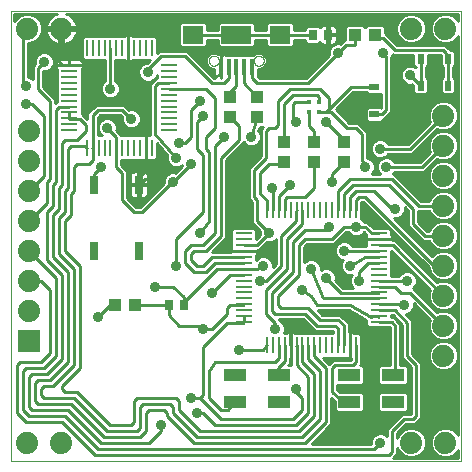
<source format=gtl>
G75*
%MOIN*%
%OFA0B0*%
%FSLAX25Y25*%
%IPPOS*%
%LPD*%
%AMOC8*
5,1,8,0,0,1.08239X$1,22.5*
%
%ADD10C,0.00000*%
%ADD11R,0.01800X0.01800*%
%ADD12R,0.03268X0.02480*%
%ADD13R,0.02480X0.03268*%
%ADD14R,0.02756X0.03543*%
%ADD15R,0.01575X0.05709*%
%ADD16R,0.07087X0.05906*%
%ADD17R,0.09843X0.05906*%
%ADD18C,0.07400*%
%ADD19R,0.04331X0.03937*%
%ADD20R,0.03937X0.04331*%
%ADD21R,0.03000X0.06000*%
%ADD22R,0.05800X0.01100*%
%ADD23R,0.01100X0.05800*%
%ADD24R,0.07480X0.04331*%
%ADD25R,0.07400X0.07400*%
%ADD26C,0.01000*%
%ADD27C,0.03600*%
D10*
X0307500Y0205500D02*
X0307500Y0355500D01*
X0457500Y0355500D01*
X0457500Y0205500D01*
X0307500Y0205500D01*
X0373347Y0338839D02*
X0373349Y0338920D01*
X0373355Y0339002D01*
X0373365Y0339083D01*
X0373379Y0339163D01*
X0373396Y0339242D01*
X0373418Y0339321D01*
X0373443Y0339398D01*
X0373472Y0339475D01*
X0373505Y0339549D01*
X0373542Y0339622D01*
X0373581Y0339693D01*
X0373625Y0339762D01*
X0373671Y0339829D01*
X0373721Y0339893D01*
X0373774Y0339955D01*
X0373830Y0340015D01*
X0373888Y0340071D01*
X0373950Y0340125D01*
X0374014Y0340176D01*
X0374080Y0340223D01*
X0374148Y0340267D01*
X0374219Y0340308D01*
X0374291Y0340345D01*
X0374366Y0340379D01*
X0374441Y0340409D01*
X0374519Y0340435D01*
X0374597Y0340458D01*
X0374676Y0340476D01*
X0374756Y0340491D01*
X0374837Y0340502D01*
X0374918Y0340509D01*
X0375000Y0340512D01*
X0375081Y0340511D01*
X0375162Y0340506D01*
X0375243Y0340497D01*
X0375324Y0340484D01*
X0375404Y0340467D01*
X0375482Y0340447D01*
X0375560Y0340422D01*
X0375637Y0340394D01*
X0375712Y0340362D01*
X0375785Y0340327D01*
X0375856Y0340288D01*
X0375926Y0340245D01*
X0375993Y0340200D01*
X0376059Y0340151D01*
X0376121Y0340099D01*
X0376181Y0340043D01*
X0376238Y0339985D01*
X0376293Y0339925D01*
X0376344Y0339861D01*
X0376392Y0339796D01*
X0376437Y0339728D01*
X0376479Y0339658D01*
X0376517Y0339586D01*
X0376552Y0339512D01*
X0376583Y0339437D01*
X0376610Y0339360D01*
X0376633Y0339282D01*
X0376653Y0339203D01*
X0376669Y0339123D01*
X0376681Y0339042D01*
X0376689Y0338961D01*
X0376693Y0338880D01*
X0376693Y0338798D01*
X0376689Y0338717D01*
X0376681Y0338636D01*
X0376669Y0338555D01*
X0376653Y0338475D01*
X0376633Y0338396D01*
X0376610Y0338318D01*
X0376583Y0338241D01*
X0376552Y0338166D01*
X0376517Y0338092D01*
X0376479Y0338020D01*
X0376437Y0337950D01*
X0376392Y0337882D01*
X0376344Y0337817D01*
X0376293Y0337753D01*
X0376238Y0337693D01*
X0376181Y0337635D01*
X0376121Y0337579D01*
X0376059Y0337527D01*
X0375993Y0337478D01*
X0375926Y0337433D01*
X0375857Y0337390D01*
X0375785Y0337351D01*
X0375712Y0337316D01*
X0375637Y0337284D01*
X0375560Y0337256D01*
X0375482Y0337231D01*
X0375404Y0337211D01*
X0375324Y0337194D01*
X0375243Y0337181D01*
X0375162Y0337172D01*
X0375081Y0337167D01*
X0375000Y0337166D01*
X0374918Y0337169D01*
X0374837Y0337176D01*
X0374756Y0337187D01*
X0374676Y0337202D01*
X0374597Y0337220D01*
X0374519Y0337243D01*
X0374441Y0337269D01*
X0374366Y0337299D01*
X0374291Y0337333D01*
X0374219Y0337370D01*
X0374148Y0337411D01*
X0374080Y0337455D01*
X0374014Y0337502D01*
X0373950Y0337553D01*
X0373888Y0337607D01*
X0373830Y0337663D01*
X0373774Y0337723D01*
X0373721Y0337785D01*
X0373671Y0337849D01*
X0373625Y0337916D01*
X0373581Y0337985D01*
X0373542Y0338056D01*
X0373505Y0338129D01*
X0373472Y0338203D01*
X0373443Y0338280D01*
X0373418Y0338357D01*
X0373396Y0338436D01*
X0373379Y0338515D01*
X0373365Y0338595D01*
X0373355Y0338676D01*
X0373349Y0338758D01*
X0373347Y0338839D01*
X0388307Y0338839D02*
X0388309Y0338920D01*
X0388315Y0339002D01*
X0388325Y0339083D01*
X0388339Y0339163D01*
X0388356Y0339242D01*
X0388378Y0339321D01*
X0388403Y0339398D01*
X0388432Y0339475D01*
X0388465Y0339549D01*
X0388502Y0339622D01*
X0388541Y0339693D01*
X0388585Y0339762D01*
X0388631Y0339829D01*
X0388681Y0339893D01*
X0388734Y0339955D01*
X0388790Y0340015D01*
X0388848Y0340071D01*
X0388910Y0340125D01*
X0388974Y0340176D01*
X0389040Y0340223D01*
X0389108Y0340267D01*
X0389179Y0340308D01*
X0389251Y0340345D01*
X0389326Y0340379D01*
X0389401Y0340409D01*
X0389479Y0340435D01*
X0389557Y0340458D01*
X0389636Y0340476D01*
X0389716Y0340491D01*
X0389797Y0340502D01*
X0389878Y0340509D01*
X0389960Y0340512D01*
X0390041Y0340511D01*
X0390122Y0340506D01*
X0390203Y0340497D01*
X0390284Y0340484D01*
X0390364Y0340467D01*
X0390442Y0340447D01*
X0390520Y0340422D01*
X0390597Y0340394D01*
X0390672Y0340362D01*
X0390745Y0340327D01*
X0390816Y0340288D01*
X0390886Y0340245D01*
X0390953Y0340200D01*
X0391019Y0340151D01*
X0391081Y0340099D01*
X0391141Y0340043D01*
X0391198Y0339985D01*
X0391253Y0339925D01*
X0391304Y0339861D01*
X0391352Y0339796D01*
X0391397Y0339728D01*
X0391439Y0339658D01*
X0391477Y0339586D01*
X0391512Y0339512D01*
X0391543Y0339437D01*
X0391570Y0339360D01*
X0391593Y0339282D01*
X0391613Y0339203D01*
X0391629Y0339123D01*
X0391641Y0339042D01*
X0391649Y0338961D01*
X0391653Y0338880D01*
X0391653Y0338798D01*
X0391649Y0338717D01*
X0391641Y0338636D01*
X0391629Y0338555D01*
X0391613Y0338475D01*
X0391593Y0338396D01*
X0391570Y0338318D01*
X0391543Y0338241D01*
X0391512Y0338166D01*
X0391477Y0338092D01*
X0391439Y0338020D01*
X0391397Y0337950D01*
X0391352Y0337882D01*
X0391304Y0337817D01*
X0391253Y0337753D01*
X0391198Y0337693D01*
X0391141Y0337635D01*
X0391081Y0337579D01*
X0391019Y0337527D01*
X0390953Y0337478D01*
X0390886Y0337433D01*
X0390817Y0337390D01*
X0390745Y0337351D01*
X0390672Y0337316D01*
X0390597Y0337284D01*
X0390520Y0337256D01*
X0390442Y0337231D01*
X0390364Y0337211D01*
X0390284Y0337194D01*
X0390203Y0337181D01*
X0390122Y0337172D01*
X0390041Y0337167D01*
X0389960Y0337166D01*
X0389878Y0337169D01*
X0389797Y0337176D01*
X0389716Y0337187D01*
X0389636Y0337202D01*
X0389557Y0337220D01*
X0389479Y0337243D01*
X0389401Y0337269D01*
X0389326Y0337299D01*
X0389251Y0337333D01*
X0389179Y0337370D01*
X0389108Y0337411D01*
X0389040Y0337455D01*
X0388974Y0337502D01*
X0388910Y0337553D01*
X0388848Y0337607D01*
X0388790Y0337663D01*
X0388734Y0337723D01*
X0388681Y0337785D01*
X0388631Y0337849D01*
X0388585Y0337916D01*
X0388541Y0337985D01*
X0388502Y0338056D01*
X0388465Y0338129D01*
X0388432Y0338203D01*
X0388403Y0338280D01*
X0388378Y0338357D01*
X0388356Y0338436D01*
X0388339Y0338515D01*
X0388325Y0338595D01*
X0388315Y0338676D01*
X0388309Y0338758D01*
X0388307Y0338839D01*
D11*
X0406800Y0325200D03*
X0410200Y0325200D03*
X0410200Y0321800D03*
X0406800Y0321800D03*
D12*
X0428500Y0320972D03*
X0428500Y0330028D03*
D13*
X0443972Y0330500D03*
X0453028Y0330500D03*
X0453028Y0339500D03*
X0443972Y0339500D03*
D14*
X0413059Y0347500D03*
X0407941Y0347500D03*
X0365059Y0257500D03*
X0359941Y0257500D03*
D15*
X0377382Y0336772D03*
X0379941Y0336772D03*
X0382500Y0336772D03*
X0385059Y0336772D03*
X0387618Y0336772D03*
D16*
X0397008Y0347500D03*
X0367992Y0347500D03*
D17*
X0382500Y0347500D03*
D18*
X0324200Y0349500D03*
X0312800Y0349500D03*
X0313500Y0315500D03*
X0313500Y0305500D03*
X0313500Y0295500D03*
X0313500Y0285500D03*
X0313500Y0275500D03*
X0313500Y0265500D03*
X0313500Y0255500D03*
X0312800Y0211500D03*
X0324200Y0211500D03*
X0440800Y0211500D03*
X0452200Y0211500D03*
X0451500Y0240500D03*
X0451500Y0250500D03*
X0451500Y0260500D03*
X0451500Y0270500D03*
X0451500Y0280500D03*
X0451500Y0290500D03*
X0451500Y0300500D03*
X0451500Y0310500D03*
X0451500Y0320500D03*
X0452200Y0349500D03*
X0440800Y0349500D03*
D19*
X0428846Y0347500D03*
X0422154Y0347500D03*
X0348846Y0257500D03*
X0342154Y0257500D03*
D20*
X0398500Y0305154D03*
X0398500Y0311846D03*
X0408500Y0311846D03*
X0408500Y0305154D03*
X0418500Y0305154D03*
X0418500Y0311846D03*
X0389500Y0320154D03*
X0389500Y0326846D03*
X0380500Y0326846D03*
X0380500Y0320154D03*
D21*
X0350000Y0297500D03*
X0335000Y0297500D03*
X0335000Y0275500D03*
X0350000Y0275500D03*
D22*
X0385000Y0275400D03*
X0385000Y0277300D03*
X0385000Y0279300D03*
X0385000Y0281300D03*
X0385000Y0273400D03*
X0385000Y0271400D03*
X0385000Y0269500D03*
X0385000Y0267500D03*
X0385000Y0265500D03*
X0385000Y0263500D03*
X0385000Y0261600D03*
X0385000Y0259600D03*
X0385000Y0257600D03*
X0385000Y0255700D03*
X0385000Y0253700D03*
X0385000Y0251700D03*
X0430000Y0251700D03*
X0430000Y0253700D03*
X0430000Y0255700D03*
X0430000Y0257600D03*
X0430000Y0259600D03*
X0430000Y0261600D03*
X0430000Y0263500D03*
X0430000Y0265500D03*
X0430000Y0267500D03*
X0430000Y0269500D03*
X0430000Y0271400D03*
X0430000Y0273400D03*
X0430000Y0275400D03*
X0430000Y0277300D03*
X0430000Y0279300D03*
X0430000Y0281300D03*
X0360100Y0315700D03*
X0360100Y0317600D03*
X0360100Y0319600D03*
X0360100Y0321600D03*
X0360100Y0323500D03*
X0360100Y0325500D03*
X0360100Y0327500D03*
X0360100Y0329500D03*
X0360100Y0331400D03*
X0360100Y0333400D03*
X0360100Y0335400D03*
X0360100Y0337300D03*
X0326900Y0337300D03*
X0326900Y0335400D03*
X0326900Y0333400D03*
X0326900Y0331400D03*
X0326900Y0329500D03*
X0326900Y0327500D03*
X0326900Y0325500D03*
X0326900Y0323500D03*
X0326900Y0321600D03*
X0326900Y0319600D03*
X0326900Y0317600D03*
X0326900Y0315700D03*
D23*
X0332700Y0309900D03*
X0334600Y0309900D03*
X0336600Y0309900D03*
X0338600Y0309900D03*
X0340500Y0309900D03*
X0342500Y0309900D03*
X0344500Y0309900D03*
X0346500Y0309900D03*
X0348400Y0309900D03*
X0350400Y0309900D03*
X0352400Y0309900D03*
X0354300Y0309900D03*
X0392700Y0289000D03*
X0394700Y0289000D03*
X0396700Y0289000D03*
X0398600Y0289000D03*
X0400600Y0289000D03*
X0402600Y0289000D03*
X0404500Y0289000D03*
X0406500Y0289000D03*
X0408500Y0289000D03*
X0410500Y0289000D03*
X0412400Y0289000D03*
X0414400Y0289000D03*
X0416400Y0289000D03*
X0418300Y0289000D03*
X0420300Y0289000D03*
X0422300Y0289000D03*
X0422300Y0244000D03*
X0420300Y0244000D03*
X0418300Y0244000D03*
X0416400Y0244000D03*
X0414400Y0244000D03*
X0412400Y0244000D03*
X0410500Y0244000D03*
X0408500Y0244000D03*
X0406500Y0244000D03*
X0404500Y0244000D03*
X0402600Y0244000D03*
X0400600Y0244000D03*
X0398600Y0244000D03*
X0396700Y0244000D03*
X0394700Y0244000D03*
X0392700Y0244000D03*
X0354300Y0343100D03*
X0352400Y0343100D03*
X0350400Y0343100D03*
X0348400Y0343100D03*
X0346500Y0343100D03*
X0344500Y0343100D03*
X0342500Y0343100D03*
X0340500Y0343100D03*
X0338600Y0343100D03*
X0336600Y0343100D03*
X0334600Y0343100D03*
X0332700Y0343100D03*
D24*
X0382217Y0234028D03*
X0382217Y0224972D03*
X0396783Y0224972D03*
X0396783Y0234028D03*
X0420217Y0234028D03*
X0434783Y0234028D03*
X0434783Y0224972D03*
X0420217Y0224972D03*
D25*
X0313500Y0245500D03*
D26*
X0320500Y0241500D02*
X0317500Y0238500D01*
X0310500Y0238500D01*
X0309500Y0237500D01*
X0309500Y0221500D01*
X0312500Y0218500D01*
X0324500Y0218500D01*
X0335500Y0207500D01*
X0433500Y0207500D01*
X0434500Y0208500D01*
X0434500Y0215500D01*
X0438500Y0219500D01*
X0441500Y0219500D01*
X0442500Y0220500D01*
X0442500Y0237500D01*
X0439500Y0240500D01*
X0439500Y0251500D01*
X0435300Y0255700D01*
X0430000Y0255700D01*
X0430000Y0257600D02*
X0438400Y0257600D01*
X0438500Y0257500D01*
X0441600Y0257423D02*
X0442173Y0257423D01*
X0441600Y0256883D02*
X0441600Y0257996D01*
X0447046Y0252550D01*
X0446600Y0251475D01*
X0446600Y0249525D01*
X0447346Y0247724D01*
X0448724Y0246346D01*
X0450525Y0245600D01*
X0452475Y0245600D01*
X0454276Y0246346D01*
X0455654Y0247724D01*
X0456400Y0249525D01*
X0456400Y0251475D01*
X0455654Y0253276D01*
X0454276Y0254654D01*
X0452475Y0255400D01*
X0450525Y0255400D01*
X0449450Y0254954D01*
X0441394Y0263010D01*
X0442128Y0263744D01*
X0442600Y0264883D01*
X0442600Y0266117D01*
X0442128Y0267256D01*
X0441256Y0268128D01*
X0440117Y0268600D01*
X0438883Y0268600D01*
X0437744Y0268128D01*
X0436872Y0267256D01*
X0436849Y0267200D01*
X0434100Y0267200D01*
X0434100Y0275496D01*
X0447046Y0262550D01*
X0446600Y0261475D01*
X0446600Y0259525D01*
X0447346Y0257724D01*
X0448724Y0256346D01*
X0450525Y0255600D01*
X0452475Y0255600D01*
X0454276Y0256346D01*
X0455654Y0257724D01*
X0456400Y0259525D01*
X0456400Y0261475D01*
X0455654Y0263276D01*
X0454276Y0264654D01*
X0452475Y0265400D01*
X0450525Y0265400D01*
X0449450Y0264954D01*
X0435404Y0279000D01*
X0434400Y0279000D01*
X0434400Y0279300D01*
X0434400Y0280047D01*
X0434298Y0280429D01*
X0434100Y0280771D01*
X0434100Y0280771D01*
X0434100Y0282347D01*
X0433397Y0283050D01*
X0428354Y0283050D01*
X0427200Y0284204D01*
X0426204Y0285200D01*
X0425151Y0285200D01*
X0425128Y0285256D01*
X0424256Y0286128D01*
X0424050Y0286213D01*
X0424050Y0291646D01*
X0424204Y0291800D01*
X0424796Y0291800D01*
X0446600Y0269996D01*
X0446600Y0269525D01*
X0447346Y0267724D01*
X0448724Y0266346D01*
X0450525Y0265600D01*
X0452475Y0265600D01*
X0454276Y0266346D01*
X0455654Y0267724D01*
X0456400Y0269525D01*
X0456400Y0271475D01*
X0455654Y0273276D01*
X0454276Y0274654D01*
X0452475Y0275400D01*
X0450525Y0275400D01*
X0448724Y0274654D01*
X0447737Y0273667D01*
X0435004Y0286400D01*
X0436117Y0286400D01*
X0437256Y0286872D01*
X0438128Y0287744D01*
X0438600Y0288883D01*
X0438600Y0289996D01*
X0439800Y0288796D01*
X0439800Y0283796D01*
X0443800Y0279796D01*
X0444796Y0278800D01*
X0446900Y0278800D01*
X0447346Y0277724D01*
X0448724Y0276346D01*
X0450525Y0275600D01*
X0452475Y0275600D01*
X0454276Y0276346D01*
X0455654Y0277724D01*
X0456400Y0279525D01*
X0456400Y0281475D01*
X0455654Y0283276D01*
X0454276Y0284654D01*
X0452475Y0285400D01*
X0450525Y0285400D01*
X0448724Y0284654D01*
X0447346Y0283276D01*
X0446900Y0282200D01*
X0446204Y0282200D01*
X0443200Y0285204D01*
X0443200Y0288800D01*
X0446900Y0288800D01*
X0447346Y0287724D01*
X0448724Y0286346D01*
X0450525Y0285600D01*
X0452475Y0285600D01*
X0454276Y0286346D01*
X0455654Y0287724D01*
X0456400Y0289525D01*
X0456400Y0291475D01*
X0455654Y0293276D01*
X0454276Y0294654D01*
X0452475Y0295400D01*
X0450525Y0295400D01*
X0448724Y0294654D01*
X0447346Y0293276D01*
X0446900Y0292200D01*
X0444204Y0292200D01*
X0435204Y0301200D01*
X0434584Y0301200D01*
X0435128Y0301744D01*
X0435151Y0301800D01*
X0445204Y0301800D01*
X0449450Y0306046D01*
X0450525Y0305600D01*
X0452475Y0305600D01*
X0454276Y0306346D01*
X0455654Y0307724D01*
X0456400Y0309525D01*
X0456400Y0311475D01*
X0455654Y0313276D01*
X0454276Y0314654D01*
X0452475Y0315400D01*
X0450525Y0315400D01*
X0448724Y0314654D01*
X0447346Y0313276D01*
X0446600Y0311475D01*
X0446600Y0309525D01*
X0447046Y0308450D01*
X0443796Y0305200D01*
X0435151Y0305200D01*
X0435128Y0305256D01*
X0434256Y0306128D01*
X0433117Y0306600D01*
X0431883Y0306600D01*
X0430744Y0306128D01*
X0429872Y0305256D01*
X0429400Y0304117D01*
X0429400Y0302883D01*
X0429872Y0301744D01*
X0430416Y0301200D01*
X0427584Y0301200D01*
X0428128Y0301744D01*
X0428600Y0302883D01*
X0428600Y0304117D01*
X0428128Y0305256D01*
X0427256Y0306128D01*
X0426200Y0306565D01*
X0426200Y0315204D01*
X0425204Y0316200D01*
X0423204Y0318200D01*
X0420204Y0318200D01*
X0415754Y0322650D01*
X0421432Y0328328D01*
X0425666Y0328328D01*
X0425666Y0328290D01*
X0426369Y0327587D01*
X0430631Y0327587D01*
X0430800Y0327757D01*
X0430800Y0323243D01*
X0430631Y0323413D01*
X0426369Y0323413D01*
X0425666Y0322710D01*
X0425666Y0319235D01*
X0426369Y0318532D01*
X0430631Y0318532D01*
X0431334Y0319235D01*
X0431334Y0319272D01*
X0431677Y0319272D01*
X0433204Y0320800D01*
X0434200Y0321796D01*
X0434200Y0339918D01*
X0434600Y0340883D01*
X0434600Y0340996D01*
X0434796Y0340800D01*
X0441532Y0340800D01*
X0441532Y0337369D01*
X0442235Y0336666D01*
X0442272Y0336666D01*
X0442272Y0336584D01*
X0442217Y0336640D01*
X0441077Y0337112D01*
X0439844Y0337112D01*
X0438705Y0336640D01*
X0437833Y0335768D01*
X0437361Y0334628D01*
X0437361Y0333395D01*
X0437833Y0332256D01*
X0438705Y0331384D01*
X0439844Y0330912D01*
X0441077Y0330912D01*
X0441133Y0330935D01*
X0441532Y0330536D01*
X0441532Y0328369D01*
X0442235Y0327666D01*
X0445710Y0327666D01*
X0446413Y0328369D01*
X0446413Y0332631D01*
X0445710Y0333334D01*
X0445672Y0333334D01*
X0445672Y0336666D01*
X0445710Y0336666D01*
X0446413Y0337369D01*
X0446413Y0340800D01*
X0450587Y0340800D01*
X0450587Y0337369D01*
X0451290Y0336666D01*
X0451328Y0336666D01*
X0451328Y0333334D01*
X0451290Y0333334D01*
X0450587Y0332631D01*
X0450587Y0328369D01*
X0451290Y0327666D01*
X0454765Y0327666D01*
X0455468Y0328369D01*
X0455468Y0332631D01*
X0454765Y0333334D01*
X0454728Y0333334D01*
X0454728Y0336666D01*
X0454765Y0336666D01*
X0455468Y0337369D01*
X0455468Y0341631D01*
X0454765Y0342334D01*
X0454070Y0342334D01*
X0453204Y0343200D01*
X0452204Y0344200D01*
X0436204Y0344200D01*
X0433200Y0347204D01*
X0432212Y0348192D01*
X0432212Y0349966D01*
X0431509Y0350668D01*
X0426184Y0350668D01*
X0425500Y0349984D01*
X0424816Y0350668D01*
X0419491Y0350668D01*
X0418788Y0349966D01*
X0418788Y0345854D01*
X0418449Y0345854D01*
X0417173Y0344577D01*
X0417117Y0344600D01*
X0415883Y0344600D01*
X0414744Y0344128D01*
X0413872Y0343256D01*
X0413400Y0342117D01*
X0413400Y0340883D01*
X0413423Y0340827D01*
X0405796Y0333200D01*
X0390204Y0333200D01*
X0389605Y0333799D01*
X0389605Y0336165D01*
X0390512Y0336165D01*
X0391495Y0336572D01*
X0392247Y0337324D01*
X0392654Y0338307D01*
X0392654Y0339370D01*
X0392247Y0340353D01*
X0391495Y0341105D01*
X0390512Y0341512D01*
X0389449Y0341512D01*
X0388466Y0341105D01*
X0388187Y0340826D01*
X0379091Y0340826D01*
X0379090Y0340826D01*
X0378748Y0341024D01*
X0378367Y0341126D01*
X0377382Y0341126D01*
X0377382Y0340121D01*
X0377382Y0340121D01*
X0377382Y0341126D01*
X0376483Y0341126D01*
X0375551Y0341512D01*
X0374488Y0341512D01*
X0373505Y0341105D01*
X0372753Y0340353D01*
X0372346Y0339370D01*
X0372346Y0338307D01*
X0372753Y0337324D01*
X0373505Y0336572D01*
X0374488Y0336165D01*
X0375094Y0336165D01*
X0375094Y0333720D01*
X0375197Y0333338D01*
X0375277Y0333200D01*
X0375204Y0333200D01*
X0366204Y0342200D01*
X0356796Y0342200D01*
X0356050Y0341454D01*
X0356050Y0346497D01*
X0355347Y0347200D01*
X0347971Y0347200D01*
X0347629Y0347398D01*
X0347247Y0347500D01*
X0346500Y0347500D01*
X0346500Y0343100D01*
X0346500Y0327500D01*
X0344500Y0325500D01*
X0338500Y0325500D01*
X0336000Y0328000D01*
X0336000Y0333000D01*
X0331500Y0337500D01*
X0327100Y0337500D01*
X0326900Y0337300D01*
X0326700Y0337500D01*
X0324500Y0337500D01*
X0323500Y0338500D01*
X0323500Y0347800D01*
X0324200Y0348500D01*
X0324200Y0349500D01*
X0324700Y0349286D02*
X0363249Y0349286D01*
X0363249Y0350284D02*
X0329341Y0350284D01*
X0329386Y0350000D02*
X0329272Y0350718D01*
X0329019Y0351496D01*
X0328647Y0352225D01*
X0328166Y0352888D01*
X0327588Y0353466D01*
X0326925Y0353947D01*
X0326196Y0354319D01*
X0325639Y0354500D01*
X0456500Y0354500D01*
X0456500Y0351923D01*
X0456354Y0352276D01*
X0454976Y0353654D01*
X0453175Y0354400D01*
X0451225Y0354400D01*
X0449424Y0353654D01*
X0448046Y0352276D01*
X0447300Y0350475D01*
X0447300Y0348525D01*
X0448046Y0346724D01*
X0449424Y0345346D01*
X0451225Y0344600D01*
X0453175Y0344600D01*
X0454976Y0345346D01*
X0456354Y0346724D01*
X0456500Y0347077D01*
X0456500Y0213923D01*
X0456354Y0214276D01*
X0454976Y0215654D01*
X0453175Y0216400D01*
X0451225Y0216400D01*
X0449424Y0215654D01*
X0448046Y0214276D01*
X0447300Y0212475D01*
X0447300Y0210525D01*
X0448046Y0208724D01*
X0449424Y0207346D01*
X0451225Y0206600D01*
X0453175Y0206600D01*
X0454976Y0207346D01*
X0456354Y0208724D01*
X0456500Y0209077D01*
X0456500Y0206500D01*
X0434904Y0206500D01*
X0435204Y0206800D01*
X0436200Y0207796D01*
X0436200Y0209801D01*
X0436646Y0208724D01*
X0438024Y0207346D01*
X0439825Y0206600D01*
X0441775Y0206600D01*
X0443576Y0207346D01*
X0444954Y0208724D01*
X0445700Y0210525D01*
X0445700Y0212475D01*
X0444954Y0214276D01*
X0443576Y0215654D01*
X0441775Y0216400D01*
X0439825Y0216400D01*
X0438024Y0215654D01*
X0436646Y0214276D01*
X0436200Y0213199D01*
X0436200Y0214796D01*
X0439204Y0217800D01*
X0442204Y0217800D01*
X0444200Y0219796D01*
X0444200Y0238204D01*
X0443204Y0239200D01*
X0441200Y0241204D01*
X0441200Y0252204D01*
X0439004Y0254400D01*
X0439117Y0254400D01*
X0440256Y0254872D01*
X0441128Y0255744D01*
X0441600Y0256883D01*
X0441410Y0256424D02*
X0443172Y0256424D01*
X0444170Y0255426D02*
X0440810Y0255426D01*
X0439182Y0254427D02*
X0445169Y0254427D01*
X0446167Y0253429D02*
X0439976Y0253429D01*
X0440974Y0252430D02*
X0446996Y0252430D01*
X0446600Y0251432D02*
X0441200Y0251432D01*
X0441200Y0250433D02*
X0446600Y0250433D01*
X0446638Y0249434D02*
X0441200Y0249434D01*
X0441200Y0248436D02*
X0447051Y0248436D01*
X0447633Y0247437D02*
X0441200Y0247437D01*
X0441200Y0246439D02*
X0448631Y0246439D01*
X0448724Y0244654D02*
X0450525Y0245400D01*
X0452475Y0245400D01*
X0454276Y0244654D01*
X0455654Y0243276D01*
X0456400Y0241475D01*
X0456400Y0239525D01*
X0455654Y0237724D01*
X0454276Y0236346D01*
X0452475Y0235600D01*
X0450525Y0235600D01*
X0448724Y0236346D01*
X0447346Y0237724D01*
X0446600Y0239525D01*
X0446600Y0241475D01*
X0447346Y0243276D01*
X0448724Y0244654D01*
X0448512Y0244442D02*
X0441200Y0244442D01*
X0441200Y0245440D02*
X0456500Y0245440D01*
X0456500Y0244442D02*
X0454488Y0244442D01*
X0455486Y0243443D02*
X0456500Y0243443D01*
X0456500Y0242445D02*
X0455998Y0242445D01*
X0456400Y0241446D02*
X0456500Y0241446D01*
X0456500Y0240448D02*
X0456400Y0240448D01*
X0456369Y0239449D02*
X0456500Y0239449D01*
X0456500Y0238451D02*
X0455955Y0238451D01*
X0456500Y0237452D02*
X0455382Y0237452D01*
X0454383Y0236454D02*
X0456500Y0236454D01*
X0456500Y0235455D02*
X0444200Y0235455D01*
X0444200Y0234457D02*
X0456500Y0234457D01*
X0456500Y0233458D02*
X0444200Y0233458D01*
X0444200Y0232460D02*
X0456500Y0232460D01*
X0456500Y0231461D02*
X0444200Y0231461D01*
X0444200Y0230463D02*
X0456500Y0230463D01*
X0456500Y0229464D02*
X0444200Y0229464D01*
X0444200Y0228466D02*
X0456500Y0228466D01*
X0456500Y0227467D02*
X0444200Y0227467D01*
X0444200Y0226469D02*
X0456500Y0226469D01*
X0456500Y0225470D02*
X0444200Y0225470D01*
X0444200Y0224472D02*
X0456500Y0224472D01*
X0456500Y0223473D02*
X0444200Y0223473D01*
X0444200Y0222475D02*
X0456500Y0222475D01*
X0456500Y0221476D02*
X0444200Y0221476D01*
X0444200Y0220478D02*
X0456500Y0220478D01*
X0456500Y0219479D02*
X0443883Y0219479D01*
X0442885Y0218481D02*
X0456500Y0218481D01*
X0456500Y0217482D02*
X0438886Y0217482D01*
X0437888Y0216484D02*
X0456500Y0216484D01*
X0456500Y0215485D02*
X0455145Y0215485D01*
X0456143Y0214487D02*
X0456500Y0214487D01*
X0456500Y0208496D02*
X0456125Y0208496D01*
X0456500Y0207497D02*
X0455127Y0207497D01*
X0449273Y0207497D02*
X0443727Y0207497D01*
X0444725Y0208496D02*
X0448275Y0208496D01*
X0447727Y0209494D02*
X0445273Y0209494D01*
X0445686Y0210493D02*
X0447314Y0210493D01*
X0447300Y0211491D02*
X0445700Y0211491D01*
X0445694Y0212490D02*
X0447306Y0212490D01*
X0447720Y0213488D02*
X0445280Y0213488D01*
X0444743Y0214487D02*
X0448257Y0214487D01*
X0449255Y0215485D02*
X0443745Y0215485D01*
X0437855Y0215485D02*
X0436889Y0215485D01*
X0436857Y0214487D02*
X0436200Y0214487D01*
X0436200Y0213488D02*
X0436320Y0213488D01*
X0432800Y0213584D02*
X0432256Y0214128D01*
X0431117Y0214600D01*
X0429883Y0214600D01*
X0428744Y0214128D01*
X0427872Y0213256D01*
X0427400Y0212117D01*
X0427400Y0211200D01*
X0407604Y0211200D01*
X0413204Y0216800D01*
X0414200Y0217796D01*
X0414200Y0226396D01*
X0415276Y0225319D01*
X0415276Y0222310D01*
X0415979Y0221607D01*
X0424454Y0221607D01*
X0425157Y0222310D01*
X0425157Y0227635D01*
X0424454Y0228338D01*
X0417066Y0228338D01*
X0416200Y0229204D01*
X0416200Y0230662D01*
X0424454Y0230662D01*
X0425157Y0231365D01*
X0425157Y0236690D01*
X0424454Y0237393D01*
X0423797Y0237393D01*
X0424000Y0237596D01*
X0424000Y0240553D01*
X0424050Y0240603D01*
X0424050Y0247397D01*
X0423347Y0248100D01*
X0421771Y0248100D01*
X0421429Y0248298D01*
X0421047Y0248400D01*
X0420300Y0248400D01*
X0420300Y0244000D01*
X0420300Y0246300D01*
X0420500Y0246500D01*
X0420500Y0248500D01*
X0422500Y0250500D01*
X0422500Y0252500D01*
X0422451Y0254427D02*
X0410977Y0254427D01*
X0411204Y0254200D02*
X0409672Y0255732D01*
X0409857Y0255695D01*
X0410015Y0255800D01*
X0420049Y0255800D01*
X0425900Y0252456D01*
X0425900Y0250653D01*
X0426603Y0249950D01*
X0433397Y0249950D01*
X0433447Y0250000D01*
X0433596Y0250000D01*
X0433800Y0249796D01*
X0433800Y0237393D01*
X0430546Y0237393D01*
X0429843Y0236690D01*
X0429843Y0231365D01*
X0430546Y0230662D01*
X0439021Y0230662D01*
X0439724Y0231365D01*
X0439724Y0236690D01*
X0439021Y0237393D01*
X0437200Y0237393D01*
X0437200Y0251204D01*
X0436204Y0252200D01*
X0435004Y0253400D01*
X0434100Y0253400D01*
X0434100Y0254000D01*
X0434596Y0254000D01*
X0437800Y0250796D01*
X0437800Y0239796D01*
X0440800Y0236796D01*
X0440800Y0221204D01*
X0440796Y0221200D01*
X0437796Y0221200D01*
X0436800Y0220204D01*
X0432800Y0216204D01*
X0432800Y0213584D01*
X0432800Y0214487D02*
X0431390Y0214487D01*
X0432800Y0215485D02*
X0411889Y0215485D01*
X0410891Y0214487D02*
X0429610Y0214487D01*
X0428104Y0213488D02*
X0409892Y0213488D01*
X0408894Y0212490D02*
X0427554Y0212490D01*
X0427400Y0211491D02*
X0407895Y0211491D01*
X0405500Y0211500D02*
X0412500Y0218500D01*
X0412500Y0236500D01*
X0408500Y0240500D01*
X0408500Y0244000D01*
X0406500Y0244000D02*
X0406500Y0239500D01*
X0410500Y0235500D01*
X0410500Y0219500D01*
X0404500Y0213500D01*
X0369500Y0213500D01*
X0361500Y0221500D01*
X0361500Y0223500D01*
X0360500Y0224500D01*
X0351500Y0224500D01*
X0350500Y0223500D01*
X0350500Y0216500D01*
X0349500Y0215500D01*
X0339500Y0215500D01*
X0328500Y0226500D01*
X0318500Y0226500D01*
X0317500Y0227500D01*
X0317500Y0229500D01*
X0318500Y0230500D01*
X0321500Y0230500D01*
X0328500Y0237500D01*
X0328500Y0269500D01*
X0323500Y0274500D01*
X0323500Y0286500D01*
X0325500Y0288500D01*
X0325500Y0295500D01*
X0326500Y0296500D01*
X0326500Y0309500D01*
X0327500Y0310500D01*
X0332100Y0310500D01*
X0332700Y0309900D01*
X0334500Y0309800D02*
X0334600Y0309900D01*
X0334600Y0320600D01*
X0336500Y0322500D01*
X0344500Y0322500D01*
X0347500Y0319500D01*
X0350372Y0318332D02*
X0353800Y0318332D01*
X0353800Y0319330D02*
X0350600Y0319330D01*
X0350600Y0318883D02*
X0350600Y0320117D01*
X0350128Y0321256D01*
X0349256Y0322128D01*
X0348117Y0322600D01*
X0346883Y0322600D01*
X0346827Y0322577D01*
X0345204Y0324200D01*
X0335796Y0324200D01*
X0334800Y0323204D01*
X0332900Y0321304D01*
X0332900Y0319504D01*
X0331204Y0321200D01*
X0331000Y0321200D01*
X0331000Y0335829D01*
X0331198Y0336171D01*
X0331300Y0336553D01*
X0331300Y0337300D01*
X0331300Y0338047D01*
X0331198Y0338429D01*
X0331000Y0338771D01*
X0330721Y0339050D01*
X0330379Y0339248D01*
X0329997Y0339350D01*
X0326900Y0339350D01*
X0326900Y0337300D01*
X0326900Y0337300D01*
X0331300Y0337300D01*
X0326900Y0337300D01*
X0326900Y0337300D01*
X0326900Y0337300D01*
X0322500Y0337300D01*
X0322500Y0338047D01*
X0322602Y0338429D01*
X0322800Y0338771D01*
X0323079Y0339050D01*
X0323421Y0339248D01*
X0323803Y0339350D01*
X0326900Y0339350D01*
X0326900Y0337300D01*
X0322500Y0337300D01*
X0322500Y0336553D01*
X0322602Y0336171D01*
X0322800Y0335829D01*
X0322800Y0335829D01*
X0322800Y0325200D01*
X0322796Y0325200D01*
X0322200Y0324604D01*
X0322200Y0326204D01*
X0318200Y0330204D01*
X0318200Y0335400D01*
X0319117Y0335400D01*
X0320256Y0335872D01*
X0321128Y0336744D01*
X0321600Y0337883D01*
X0321600Y0339117D01*
X0321128Y0340256D01*
X0320256Y0341128D01*
X0319117Y0341600D01*
X0317883Y0341600D01*
X0316744Y0341128D01*
X0315872Y0340256D01*
X0315400Y0339117D01*
X0315400Y0337883D01*
X0315423Y0337827D01*
X0314800Y0337204D01*
X0314800Y0332584D01*
X0314256Y0333128D01*
X0313200Y0333565D01*
X0313200Y0344600D01*
X0313775Y0344600D01*
X0315576Y0345346D01*
X0316954Y0346724D01*
X0317700Y0348525D01*
X0317700Y0350475D01*
X0316954Y0352276D01*
X0315576Y0353654D01*
X0313775Y0354400D01*
X0311825Y0354400D01*
X0310024Y0353654D01*
X0308646Y0352276D01*
X0308500Y0351923D01*
X0308500Y0354500D01*
X0322761Y0354500D01*
X0322204Y0354319D01*
X0321475Y0353947D01*
X0320812Y0353466D01*
X0320234Y0352888D01*
X0319753Y0352225D01*
X0319381Y0351496D01*
X0319128Y0350718D01*
X0319014Y0350000D01*
X0323700Y0350000D01*
X0323700Y0349000D01*
X0324700Y0349000D01*
X0324700Y0350000D01*
X0329386Y0350000D01*
X0329386Y0349000D02*
X0324700Y0349000D01*
X0324700Y0344314D01*
X0325418Y0344428D01*
X0326196Y0344681D01*
X0326925Y0345053D01*
X0327588Y0345534D01*
X0328166Y0346112D01*
X0328647Y0346775D01*
X0329019Y0347504D01*
X0329272Y0348282D01*
X0329386Y0349000D01*
X0329273Y0348287D02*
X0363249Y0348287D01*
X0363249Y0347289D02*
X0347818Y0347289D01*
X0347971Y0347200D02*
X0347971Y0347200D01*
X0347500Y0348500D02*
X0346500Y0347500D01*
X0346500Y0343100D01*
X0346500Y0343100D01*
X0346500Y0338700D01*
X0347247Y0338700D01*
X0347629Y0338802D01*
X0347971Y0339000D01*
X0347971Y0339000D01*
X0353596Y0339000D01*
X0352696Y0338100D01*
X0352383Y0338100D01*
X0351244Y0337628D01*
X0350372Y0336756D01*
X0349900Y0335617D01*
X0349900Y0334383D01*
X0350372Y0333244D01*
X0351244Y0332372D01*
X0352383Y0331900D01*
X0353617Y0331900D01*
X0354756Y0332372D01*
X0355628Y0333244D01*
X0356000Y0334142D01*
X0356000Y0333100D01*
X0355696Y0333100D01*
X0354796Y0332200D01*
X0353800Y0331204D01*
X0353800Y0314557D01*
X0353767Y0314060D01*
X0353529Y0314198D01*
X0353147Y0314300D01*
X0352400Y0314300D01*
X0352400Y0309900D01*
X0352500Y0309800D01*
X0352500Y0302500D01*
X0350000Y0300000D01*
X0350000Y0297500D01*
X0352000Y0299500D01*
X0355500Y0299500D01*
X0353000Y0299360D02*
X0358501Y0299360D01*
X0358400Y0299117D02*
X0358400Y0298304D01*
X0358300Y0298204D01*
X0350296Y0290200D01*
X0349204Y0290200D01*
X0346200Y0293204D01*
X0346200Y0302204D01*
X0345204Y0303200D01*
X0344200Y0304204D01*
X0344200Y0305800D01*
X0350929Y0305800D01*
X0351271Y0305602D01*
X0351653Y0305500D01*
X0352400Y0305500D01*
X0353147Y0305500D01*
X0353529Y0305602D01*
X0353871Y0305800D01*
X0353871Y0305800D01*
X0355347Y0305800D01*
X0356050Y0306503D01*
X0356050Y0311290D01*
X0359497Y0307351D01*
X0359400Y0307117D01*
X0359400Y0305883D01*
X0359872Y0304744D01*
X0360744Y0303872D01*
X0361883Y0303400D01*
X0363117Y0303400D01*
X0364256Y0303872D01*
X0364400Y0304016D01*
X0364400Y0303883D01*
X0364423Y0303827D01*
X0362173Y0301577D01*
X0362117Y0301600D01*
X0360883Y0301600D01*
X0359744Y0301128D01*
X0358872Y0300256D01*
X0358400Y0299117D01*
X0358400Y0298362D02*
X0353000Y0298362D01*
X0353000Y0297750D02*
X0353000Y0300697D01*
X0352898Y0301079D01*
X0352700Y0301421D01*
X0352421Y0301700D01*
X0352079Y0301898D01*
X0351697Y0302000D01*
X0350250Y0302000D01*
X0350250Y0297750D01*
X0353000Y0297750D01*
X0353000Y0297250D02*
X0350250Y0297250D01*
X0350250Y0297750D01*
X0349750Y0297750D01*
X0349750Y0302000D01*
X0348303Y0302000D01*
X0347921Y0301898D01*
X0347579Y0301700D01*
X0347300Y0301421D01*
X0347102Y0301079D01*
X0347000Y0300697D01*
X0347000Y0297750D01*
X0349750Y0297750D01*
X0349750Y0297250D01*
X0350250Y0297250D01*
X0350250Y0293000D01*
X0351697Y0293000D01*
X0352079Y0293102D01*
X0352421Y0293300D01*
X0352700Y0293579D01*
X0352898Y0293921D01*
X0353000Y0294303D01*
X0353000Y0297250D01*
X0353000Y0296365D02*
X0356460Y0296365D01*
X0357459Y0297363D02*
X0350250Y0297363D01*
X0349750Y0297363D02*
X0346200Y0297363D01*
X0347000Y0297250D02*
X0347000Y0294303D01*
X0347102Y0293921D01*
X0347300Y0293579D01*
X0347579Y0293300D01*
X0347921Y0293102D01*
X0348303Y0293000D01*
X0349750Y0293000D01*
X0349750Y0297250D01*
X0347000Y0297250D01*
X0347000Y0296365D02*
X0346200Y0296365D01*
X0346200Y0295366D02*
X0347000Y0295366D01*
X0347000Y0294368D02*
X0346200Y0294368D01*
X0346200Y0293369D02*
X0347510Y0293369D01*
X0347034Y0292370D02*
X0352466Y0292370D01*
X0352490Y0293369D02*
X0353465Y0293369D01*
X0353000Y0294368D02*
X0354463Y0294368D01*
X0355462Y0295366D02*
X0353000Y0295366D01*
X0350250Y0295366D02*
X0349750Y0295366D01*
X0349750Y0294368D02*
X0350250Y0294368D01*
X0350250Y0293369D02*
X0349750Y0293369D01*
X0348032Y0291372D02*
X0351468Y0291372D01*
X0350469Y0290373D02*
X0349031Y0290373D01*
X0348500Y0288500D02*
X0351000Y0288500D01*
X0360000Y0297500D01*
X0360500Y0297500D01*
X0361500Y0298500D01*
X0367500Y0304500D01*
X0363950Y0303354D02*
X0345050Y0303354D01*
X0344200Y0304353D02*
X0360263Y0304353D01*
X0359620Y0305351D02*
X0344200Y0305351D01*
X0342500Y0303500D02*
X0342500Y0309900D01*
X0342500Y0313500D01*
X0339500Y0316500D01*
X0336627Y0315336D02*
X0336300Y0315336D01*
X0336400Y0315883D02*
X0336872Y0314744D01*
X0337616Y0314000D01*
X0336300Y0314000D01*
X0336300Y0319896D01*
X0337204Y0320800D01*
X0343796Y0320800D01*
X0344423Y0320173D01*
X0344400Y0320117D01*
X0344400Y0318883D01*
X0344872Y0317744D01*
X0345744Y0316872D01*
X0346883Y0316400D01*
X0348117Y0316400D01*
X0349256Y0316872D01*
X0350128Y0317744D01*
X0350600Y0318883D01*
X0350512Y0320329D02*
X0353800Y0320329D01*
X0353800Y0321327D02*
X0350057Y0321327D01*
X0348779Y0322326D02*
X0353800Y0322326D01*
X0353800Y0323324D02*
X0346080Y0323324D01*
X0346500Y0326500D02*
X0346500Y0327500D01*
X0346500Y0326500D02*
X0352400Y0320600D01*
X0352400Y0309900D01*
X0352400Y0309900D01*
X0352400Y0314300D01*
X0351653Y0314300D01*
X0351271Y0314198D01*
X0350929Y0314000D01*
X0350929Y0314000D01*
X0344200Y0314000D01*
X0344200Y0314204D01*
X0342577Y0315827D01*
X0342600Y0315883D01*
X0342600Y0317117D01*
X0342128Y0318256D01*
X0341256Y0319128D01*
X0340117Y0319600D01*
X0338883Y0319600D01*
X0337744Y0319128D01*
X0336872Y0318256D01*
X0336400Y0317117D01*
X0336400Y0315883D01*
X0336400Y0316335D02*
X0336300Y0316335D01*
X0336300Y0317333D02*
X0336490Y0317333D01*
X0336300Y0318332D02*
X0336948Y0318332D01*
X0336300Y0319330D02*
X0338232Y0319330D01*
X0336733Y0320329D02*
X0344267Y0320329D01*
X0344400Y0319330D02*
X0340768Y0319330D01*
X0342052Y0318332D02*
X0344628Y0318332D01*
X0345283Y0317333D02*
X0342510Y0317333D01*
X0342600Y0316335D02*
X0353800Y0316335D01*
X0353800Y0317333D02*
X0349717Y0317333D01*
X0353800Y0315336D02*
X0343068Y0315336D01*
X0344066Y0314338D02*
X0353785Y0314338D01*
X0352400Y0313339D02*
X0352400Y0313339D01*
X0352400Y0312341D02*
X0352400Y0312341D01*
X0352400Y0311342D02*
X0352400Y0311342D01*
X0352400Y0310344D02*
X0352400Y0310344D01*
X0352400Y0309900D02*
X0352400Y0305500D01*
X0352400Y0309900D01*
X0352400Y0309900D01*
X0352400Y0309345D02*
X0352400Y0309345D01*
X0352400Y0308347D02*
X0352400Y0308347D01*
X0352400Y0307348D02*
X0352400Y0307348D01*
X0352400Y0306350D02*
X0352400Y0306350D01*
X0350929Y0305800D02*
X0350929Y0305800D01*
X0350250Y0301357D02*
X0349750Y0301357D01*
X0349750Y0300359D02*
X0350250Y0300359D01*
X0350250Y0299360D02*
X0349750Y0299360D01*
X0349750Y0298362D02*
X0350250Y0298362D01*
X0350250Y0296365D02*
X0349750Y0296365D01*
X0347000Y0298362D02*
X0346200Y0298362D01*
X0346200Y0299360D02*
X0347000Y0299360D01*
X0347000Y0300359D02*
X0346200Y0300359D01*
X0346200Y0301357D02*
X0347263Y0301357D01*
X0346049Y0302356D02*
X0362951Y0302356D01*
X0360297Y0301357D02*
X0352737Y0301357D01*
X0353000Y0300359D02*
X0358975Y0300359D01*
X0359400Y0306350D02*
X0355897Y0306350D01*
X0356050Y0307348D02*
X0359496Y0307348D01*
X0358625Y0308347D02*
X0356050Y0308347D01*
X0356050Y0309345D02*
X0357752Y0309345D01*
X0356878Y0310344D02*
X0356050Y0310344D01*
X0355500Y0314500D02*
X0362500Y0306500D01*
X0363500Y0311500D02*
X0365500Y0311500D01*
X0367500Y0313500D01*
X0367500Y0322500D01*
X0370500Y0325500D01*
X0372500Y0329500D02*
X0375500Y0326500D01*
X0375500Y0316500D01*
X0372500Y0313500D01*
X0372500Y0309500D01*
X0373500Y0308500D01*
X0373500Y0285500D01*
X0370500Y0281500D01*
X0371500Y0277500D02*
X0375500Y0281500D01*
X0375500Y0310500D01*
X0378500Y0313500D01*
X0383500Y0312500D02*
X0377500Y0306500D01*
X0377500Y0280500D01*
X0372500Y0275500D01*
X0368500Y0275500D01*
X0367500Y0274500D01*
X0367500Y0272500D01*
X0369500Y0270500D01*
X0371500Y0270500D01*
X0374400Y0273400D01*
X0385000Y0273400D01*
X0384900Y0271500D02*
X0375500Y0271500D01*
X0372500Y0268500D01*
X0368500Y0268500D01*
X0365500Y0271500D01*
X0365500Y0275500D01*
X0367500Y0277500D01*
X0371500Y0277500D01*
X0374504Y0275100D02*
X0378204Y0278800D01*
X0379200Y0279796D01*
X0379200Y0305796D01*
X0385010Y0311606D01*
X0385744Y0310872D01*
X0386883Y0310400D01*
X0388117Y0310400D01*
X0389256Y0310872D01*
X0390128Y0311744D01*
X0390600Y0312883D01*
X0390600Y0314117D01*
X0390128Y0315256D01*
X0389878Y0315506D01*
X0390264Y0316788D01*
X0391384Y0316788D01*
X0390800Y0316204D01*
X0390800Y0307204D01*
X0386800Y0303204D01*
X0386800Y0292796D01*
X0387796Y0291800D01*
X0387800Y0291796D01*
X0387800Y0284796D01*
X0388796Y0283800D01*
X0390423Y0282173D01*
X0390400Y0282117D01*
X0390400Y0280883D01*
X0390423Y0280827D01*
X0389100Y0279504D01*
X0389100Y0282347D01*
X0388397Y0283050D01*
X0381603Y0283050D01*
X0380900Y0282347D01*
X0380900Y0276871D01*
X0380702Y0276529D01*
X0380600Y0276147D01*
X0380600Y0275400D01*
X0385000Y0275400D01*
X0391600Y0275400D01*
X0393500Y0275500D01*
X0392602Y0273399D02*
X0395800Y0273399D01*
X0395800Y0274397D02*
X0389332Y0274397D01*
X0389298Y0274271D02*
X0389400Y0274653D01*
X0389400Y0275400D01*
X0389400Y0275800D01*
X0390204Y0275800D01*
X0392827Y0278423D01*
X0392883Y0278400D01*
X0394117Y0278400D01*
X0395256Y0278872D01*
X0395800Y0279416D01*
X0395800Y0271204D01*
X0394600Y0270004D01*
X0394600Y0271117D01*
X0394128Y0272256D01*
X0393256Y0273128D01*
X0392117Y0273600D01*
X0390883Y0273600D01*
X0389744Y0273128D01*
X0389100Y0272484D01*
X0389100Y0273929D01*
X0389298Y0274271D01*
X0389100Y0273929D02*
X0389100Y0273929D01*
X0389100Y0273399D02*
X0390398Y0273399D01*
X0389400Y0275396D02*
X0395800Y0275396D01*
X0395800Y0276394D02*
X0390798Y0276394D01*
X0391797Y0277393D02*
X0395800Y0277393D01*
X0395800Y0278391D02*
X0392795Y0278391D01*
X0395774Y0279390D02*
X0395800Y0279390D01*
X0397500Y0280500D02*
X0397500Y0270500D01*
X0392500Y0265500D01*
X0390500Y0265500D01*
X0392500Y0262500D02*
X0392500Y0254500D01*
X0395500Y0251500D01*
X0395500Y0249500D01*
X0398600Y0249434D02*
X0408161Y0249434D01*
X0407800Y0249796D02*
X0408796Y0248800D01*
X0414700Y0248800D01*
X0414700Y0248100D01*
X0402071Y0248100D01*
X0401729Y0248298D01*
X0401347Y0248400D01*
X0400600Y0248400D01*
X0400600Y0244000D01*
X0400500Y0244100D01*
X0400500Y0249500D01*
X0400600Y0248400D02*
X0399853Y0248400D01*
X0399471Y0248298D01*
X0399129Y0248100D01*
X0399129Y0248100D01*
X0398275Y0248100D01*
X0398600Y0248883D01*
X0398600Y0250117D01*
X0398128Y0251256D01*
X0397256Y0252128D01*
X0397200Y0252151D01*
X0397200Y0252204D01*
X0396604Y0252800D01*
X0404796Y0252800D01*
X0407800Y0249796D01*
X0407163Y0250433D02*
X0398469Y0250433D01*
X0397953Y0251432D02*
X0406164Y0251432D01*
X0405166Y0252430D02*
X0396974Y0252430D01*
X0395500Y0254500D02*
X0405500Y0254500D01*
X0409500Y0250500D01*
X0415500Y0250500D01*
X0416400Y0249600D01*
X0416400Y0244000D01*
X0418300Y0244000D02*
X0418300Y0250700D01*
X0416500Y0252500D01*
X0410500Y0252500D01*
X0406500Y0256500D01*
X0397500Y0256500D01*
X0396500Y0257500D01*
X0396500Y0260500D01*
X0403500Y0267500D01*
X0403500Y0277500D01*
X0405500Y0279500D01*
X0414500Y0279500D01*
X0418500Y0283500D01*
X0422500Y0283500D01*
X0425500Y0283500D01*
X0427700Y0281300D01*
X0430000Y0281300D01*
X0430000Y0279300D02*
X0434400Y0279300D01*
X0430000Y0279300D01*
X0424300Y0279300D01*
X0423500Y0278500D01*
X0421500Y0280500D01*
X0418500Y0280500D01*
X0415500Y0277500D01*
X0409500Y0277500D01*
X0407500Y0275500D01*
X0405200Y0275396D02*
X0415400Y0275396D01*
X0415400Y0274883D02*
X0415872Y0273744D01*
X0416744Y0272872D01*
X0417883Y0272400D01*
X0408599Y0272400D01*
X0408117Y0272600D02*
X0406883Y0272600D01*
X0405744Y0272128D01*
X0405200Y0271584D01*
X0405200Y0276796D01*
X0406204Y0277800D01*
X0415204Y0277800D01*
X0419204Y0281800D01*
X0419849Y0281800D01*
X0419872Y0281744D01*
X0420744Y0280872D01*
X0421883Y0280400D01*
X0423117Y0280400D01*
X0424256Y0280872D01*
X0424990Y0281606D01*
X0425872Y0280724D01*
X0425702Y0280429D01*
X0425600Y0280047D01*
X0425600Y0279300D01*
X0430000Y0279300D01*
X0430000Y0279300D01*
X0430000Y0279300D01*
X0425600Y0279300D01*
X0425600Y0278553D01*
X0425702Y0278171D01*
X0425900Y0277829D01*
X0425900Y0277829D01*
X0425900Y0277100D01*
X0421429Y0277100D01*
X0421189Y0277108D01*
X0421128Y0277256D01*
X0420256Y0278128D01*
X0419117Y0278600D01*
X0417883Y0278600D01*
X0416744Y0278128D01*
X0415872Y0277256D01*
X0415400Y0276117D01*
X0415400Y0274883D01*
X0415601Y0274397D02*
X0405200Y0274397D01*
X0405200Y0273399D02*
X0416217Y0273399D01*
X0417883Y0272400D02*
X0418016Y0272400D01*
X0417872Y0272256D01*
X0417400Y0271117D01*
X0417400Y0269883D01*
X0417872Y0268744D01*
X0418744Y0267872D01*
X0419883Y0267400D01*
X0421016Y0267400D01*
X0420872Y0267256D01*
X0420400Y0266117D01*
X0420400Y0264883D01*
X0420872Y0263744D01*
X0421416Y0263200D01*
X0418204Y0263200D01*
X0415577Y0265827D01*
X0415600Y0265883D01*
X0415600Y0267117D01*
X0415128Y0268256D01*
X0414256Y0269128D01*
X0413117Y0269600D01*
X0411883Y0269600D01*
X0410744Y0269128D01*
X0410600Y0268984D01*
X0410600Y0270117D01*
X0410128Y0271256D01*
X0409256Y0272128D01*
X0408117Y0272600D01*
X0406401Y0272400D02*
X0405200Y0272400D01*
X0407500Y0269500D02*
X0411400Y0259600D01*
X0430000Y0259600D01*
X0429900Y0261500D02*
X0430000Y0261600D01*
X0429900Y0261500D02*
X0417500Y0261500D01*
X0412500Y0266500D01*
X0415600Y0266409D02*
X0420521Y0266409D01*
X0420400Y0265411D02*
X0415993Y0265411D01*
X0416992Y0264412D02*
X0420595Y0264412D01*
X0421202Y0263414D02*
X0417990Y0263414D01*
X0419865Y0267408D02*
X0415479Y0267408D01*
X0414978Y0268406D02*
X0418210Y0268406D01*
X0417598Y0269405D02*
X0413588Y0269405D01*
X0411412Y0269405D02*
X0410600Y0269405D01*
X0410481Y0270403D02*
X0417400Y0270403D01*
X0417518Y0271402D02*
X0409982Y0271402D01*
X0405200Y0276394D02*
X0415515Y0276394D01*
X0416009Y0277393D02*
X0405797Y0277393D01*
X0401500Y0278500D02*
X0401500Y0268500D01*
X0394500Y0261500D01*
X0394500Y0255500D01*
X0395500Y0254500D01*
X0398415Y0248436D02*
X0414700Y0248436D01*
X0420000Y0248436D02*
X0433800Y0248436D01*
X0433800Y0249434D02*
X0420000Y0249434D01*
X0420000Y0250433D02*
X0426120Y0250433D01*
X0425900Y0251432D02*
X0419973Y0251432D01*
X0420000Y0251404D02*
X0419004Y0252400D01*
X0418200Y0253204D01*
X0418200Y0253204D01*
X0417204Y0254200D01*
X0411204Y0254200D01*
X0409979Y0255426D02*
X0420704Y0255426D01*
X0420500Y0257500D02*
X0427500Y0253500D01*
X0427700Y0253700D01*
X0430000Y0253700D01*
X0429800Y0253500D01*
X0430000Y0251700D02*
X0434300Y0251700D01*
X0435500Y0250500D01*
X0435500Y0234744D01*
X0434783Y0234028D01*
X0433800Y0237452D02*
X0423857Y0237452D01*
X0424000Y0238451D02*
X0433800Y0238451D01*
X0433800Y0239449D02*
X0424000Y0239449D01*
X0424000Y0240448D02*
X0433800Y0240448D01*
X0433800Y0241446D02*
X0424050Y0241446D01*
X0424050Y0242445D02*
X0433800Y0242445D01*
X0433800Y0243443D02*
X0424050Y0243443D01*
X0424050Y0244442D02*
X0433800Y0244442D01*
X0433800Y0245440D02*
X0424050Y0245440D01*
X0424050Y0246439D02*
X0433800Y0246439D01*
X0433800Y0247437D02*
X0424010Y0247437D01*
X0421771Y0248100D02*
X0421771Y0248100D01*
X0420300Y0248400D02*
X0420000Y0248400D01*
X0420000Y0251404D01*
X0419004Y0252400D02*
X0419004Y0252400D01*
X0418974Y0252430D02*
X0425900Y0252430D01*
X0424199Y0253429D02*
X0417976Y0253429D01*
X0420500Y0257500D02*
X0409500Y0257500D01*
X0407500Y0260500D01*
X0404500Y0262500D01*
X0399500Y0269500D02*
X0392500Y0262500D01*
X0389500Y0269500D02*
X0391500Y0270500D01*
X0389500Y0269500D02*
X0385000Y0269500D01*
X0376059Y0269500D01*
X0365059Y0258500D01*
X0365059Y0257500D01*
X0365059Y0259941D01*
X0361500Y0263500D01*
X0355500Y0263500D01*
X0359941Y0257500D02*
X0348846Y0257500D01*
X0342154Y0257500D02*
X0340500Y0257500D01*
X0336500Y0253500D01*
X0320500Y0262500D02*
X0320500Y0241500D01*
X0322500Y0240500D02*
X0318500Y0236500D01*
X0312500Y0236500D01*
X0311500Y0235500D01*
X0311500Y0222500D01*
X0313500Y0220500D01*
X0325500Y0220500D01*
X0336500Y0209500D01*
X0428500Y0209500D01*
X0430500Y0211500D01*
X0433079Y0216484D02*
X0412888Y0216484D01*
X0413886Y0217482D02*
X0434078Y0217482D01*
X0435076Y0218481D02*
X0414200Y0218481D01*
X0414200Y0219479D02*
X0436075Y0219479D01*
X0437074Y0220478D02*
X0414200Y0220478D01*
X0414200Y0221476D02*
X0440800Y0221476D01*
X0440800Y0222475D02*
X0439724Y0222475D01*
X0439724Y0222310D02*
X0439724Y0227635D01*
X0439021Y0228338D01*
X0430546Y0228338D01*
X0429843Y0227635D01*
X0429843Y0222310D01*
X0430546Y0221607D01*
X0439021Y0221607D01*
X0439724Y0222310D01*
X0439724Y0223473D02*
X0440800Y0223473D01*
X0440800Y0224472D02*
X0439724Y0224472D01*
X0439724Y0225470D02*
X0440800Y0225470D01*
X0440800Y0226469D02*
X0439724Y0226469D01*
X0439724Y0227467D02*
X0440800Y0227467D01*
X0440800Y0228466D02*
X0416938Y0228466D01*
X0416200Y0229464D02*
X0440800Y0229464D01*
X0440800Y0230463D02*
X0416200Y0230463D01*
X0414500Y0228500D02*
X0414500Y0236500D01*
X0415500Y0237500D01*
X0421500Y0237500D01*
X0422300Y0238300D01*
X0422300Y0244000D01*
X0420300Y0244000D02*
X0420300Y0244000D01*
X0420300Y0248400D01*
X0420300Y0247437D02*
X0420300Y0247437D01*
X0420300Y0246439D02*
X0420300Y0246439D01*
X0420300Y0245440D02*
X0420300Y0245440D01*
X0420300Y0244442D02*
X0420300Y0244442D01*
X0420300Y0244000D02*
X0420300Y0239600D01*
X0420600Y0239600D01*
X0420600Y0239200D01*
X0414796Y0239200D01*
X0413800Y0238204D01*
X0413500Y0237904D01*
X0411504Y0239900D01*
X0418829Y0239900D01*
X0419171Y0239702D01*
X0419553Y0239600D01*
X0420300Y0239600D01*
X0420300Y0244000D01*
X0420300Y0244000D01*
X0420300Y0243443D02*
X0420300Y0243443D01*
X0420300Y0242445D02*
X0420300Y0242445D01*
X0420300Y0241446D02*
X0420300Y0241446D01*
X0420300Y0240448D02*
X0420300Y0240448D01*
X0420600Y0239449D02*
X0411955Y0239449D01*
X0412953Y0238451D02*
X0414047Y0238451D01*
X0418829Y0239900D02*
X0418829Y0239900D01*
X0425157Y0236454D02*
X0429843Y0236454D01*
X0429843Y0235455D02*
X0425157Y0235455D01*
X0425157Y0234457D02*
X0429843Y0234457D01*
X0429843Y0233458D02*
X0425157Y0233458D01*
X0425157Y0232460D02*
X0429843Y0232460D01*
X0429843Y0231461D02*
X0425157Y0231461D01*
X0425157Y0227467D02*
X0429843Y0227467D01*
X0429843Y0226469D02*
X0425157Y0226469D01*
X0425157Y0225470D02*
X0429843Y0225470D01*
X0429843Y0224472D02*
X0425157Y0224472D01*
X0425157Y0223473D02*
X0429843Y0223473D01*
X0429843Y0222475D02*
X0425157Y0222475D01*
X0420217Y0224972D02*
X0418028Y0224972D01*
X0414500Y0228500D01*
X0414200Y0225470D02*
X0415126Y0225470D01*
X0415276Y0224472D02*
X0414200Y0224472D01*
X0414200Y0223473D02*
X0415276Y0223473D01*
X0415276Y0222475D02*
X0414200Y0222475D01*
X0408500Y0220500D02*
X0403500Y0215500D01*
X0370500Y0215500D01*
X0363500Y0222500D01*
X0363500Y0225500D01*
X0362500Y0226500D01*
X0349500Y0226500D01*
X0348500Y0225500D01*
X0348500Y0218500D01*
X0347500Y0217500D01*
X0340500Y0217500D01*
X0329500Y0228500D01*
X0325500Y0228500D01*
X0324500Y0229500D01*
X0324500Y0230500D01*
X0330500Y0236500D01*
X0330500Y0270500D01*
X0325500Y0275500D01*
X0325500Y0285500D01*
X0327500Y0287500D01*
X0327500Y0294500D01*
X0328500Y0295500D01*
X0328500Y0303500D01*
X0329500Y0304500D01*
X0333500Y0304500D01*
X0334600Y0305600D01*
X0334600Y0309900D01*
X0336300Y0314338D02*
X0337278Y0314338D01*
X0332500Y0315500D02*
X0329500Y0312500D01*
X0325500Y0312500D01*
X0324500Y0311500D01*
X0324500Y0297500D01*
X0323500Y0296500D01*
X0323500Y0289500D01*
X0321500Y0287500D01*
X0321500Y0273500D01*
X0326500Y0268500D01*
X0326500Y0238500D01*
X0320500Y0232500D01*
X0316500Y0232500D01*
X0315500Y0231500D01*
X0315500Y0225500D01*
X0316500Y0224500D01*
X0327500Y0224500D01*
X0338500Y0213500D01*
X0350500Y0213500D01*
X0352500Y0215500D01*
X0352500Y0221500D01*
X0353500Y0222500D01*
X0358500Y0222500D01*
X0359500Y0221500D01*
X0359500Y0220500D01*
X0368500Y0211500D01*
X0405500Y0211500D01*
X0402500Y0217500D02*
X0406500Y0221500D01*
X0406500Y0233500D01*
X0402600Y0237400D01*
X0402600Y0244000D01*
X0402500Y0243900D01*
X0400600Y0244000D02*
X0400600Y0239600D01*
X0400900Y0239600D01*
X0400900Y0237393D01*
X0399797Y0237393D01*
X0400300Y0237896D01*
X0400300Y0239600D01*
X0400600Y0239600D01*
X0400600Y0244000D01*
X0400600Y0244000D01*
X0400600Y0248400D01*
X0400600Y0247437D02*
X0400600Y0247437D01*
X0400600Y0246439D02*
X0400600Y0246439D01*
X0400600Y0245440D02*
X0400600Y0245440D01*
X0400600Y0244442D02*
X0400600Y0244442D01*
X0400600Y0244000D02*
X0400600Y0244000D01*
X0400600Y0243443D02*
X0400600Y0243443D01*
X0400600Y0242445D02*
X0400600Y0242445D01*
X0400600Y0241446D02*
X0400600Y0241446D01*
X0400600Y0240448D02*
X0400600Y0240448D01*
X0400300Y0239449D02*
X0400900Y0239449D01*
X0400900Y0238451D02*
X0400300Y0238451D01*
X0399857Y0237452D02*
X0400900Y0237452D01*
X0398600Y0238600D02*
X0396500Y0236500D01*
X0396500Y0233744D01*
X0396783Y0234028D01*
X0395500Y0238500D02*
X0375500Y0238500D01*
X0373500Y0235500D01*
X0373500Y0226500D01*
X0377500Y0222500D01*
X0379744Y0222500D01*
X0382217Y0224972D01*
X0377500Y0219500D02*
X0401500Y0219500D01*
X0404500Y0222500D01*
X0404500Y0226500D01*
X0402500Y0228500D01*
X0402500Y0229500D01*
X0408500Y0234500D02*
X0404500Y0238500D01*
X0404500Y0244000D01*
X0402071Y0248100D02*
X0402071Y0248100D01*
X0398600Y0244000D02*
X0398600Y0238600D01*
X0396700Y0239700D02*
X0395500Y0238500D01*
X0396700Y0239700D02*
X0396700Y0244000D01*
X0392700Y0244000D02*
X0392500Y0243800D01*
X0391500Y0242500D01*
X0383500Y0242500D01*
X0384800Y0251500D02*
X0379500Y0251500D01*
X0371500Y0243500D01*
X0371500Y0227500D01*
X0370500Y0226500D01*
X0377500Y0219500D01*
X0375500Y0217500D02*
X0371500Y0221500D01*
X0369500Y0221500D01*
X0370500Y0226500D02*
X0367500Y0226500D01*
X0375500Y0217500D02*
X0402500Y0217500D01*
X0408500Y0220500D02*
X0408500Y0234500D01*
X0385000Y0251700D02*
X0384800Y0251500D01*
X0385000Y0251700D02*
X0385000Y0253700D01*
X0384900Y0257500D02*
X0385000Y0257600D01*
X0384900Y0257500D02*
X0380500Y0257500D01*
X0379500Y0256500D01*
X0379500Y0254500D01*
X0374500Y0249500D01*
X0371500Y0249500D01*
X0370500Y0250500D01*
X0363500Y0250500D01*
X0359941Y0254059D01*
X0359941Y0257500D01*
X0359941Y0256059D01*
X0362500Y0270500D02*
X0362500Y0279500D01*
X0371500Y0288500D01*
X0371500Y0307500D01*
X0369500Y0309500D01*
X0369500Y0318500D01*
X0371500Y0320500D01*
X0380500Y0320154D02*
X0383500Y0317154D01*
X0383500Y0312500D01*
X0384746Y0311342D02*
X0385274Y0311342D01*
X0383748Y0310344D02*
X0390800Y0310344D01*
X0390800Y0311342D02*
X0389726Y0311342D01*
X0390375Y0312341D02*
X0390800Y0312341D01*
X0390800Y0313339D02*
X0390600Y0313339D01*
X0390508Y0314338D02*
X0390800Y0314338D01*
X0390800Y0315336D02*
X0390048Y0315336D01*
X0390127Y0316335D02*
X0390931Y0316335D01*
X0392500Y0315500D02*
X0393500Y0316500D01*
X0395500Y0316500D01*
X0396500Y0317500D01*
X0396500Y0325500D01*
X0400500Y0329500D01*
X0410500Y0329500D01*
X0413500Y0326500D01*
X0413500Y0322800D01*
X0420728Y0330028D01*
X0428500Y0330028D01*
X0425666Y0328317D02*
X0421421Y0328317D01*
X0420423Y0327318D02*
X0430800Y0327318D01*
X0430800Y0326320D02*
X0419424Y0326320D01*
X0418426Y0325321D02*
X0430800Y0325321D01*
X0430800Y0324323D02*
X0417427Y0324323D01*
X0416428Y0323324D02*
X0426281Y0323324D01*
X0425666Y0322326D02*
X0416078Y0322326D01*
X0417077Y0321327D02*
X0425666Y0321327D01*
X0425666Y0320329D02*
X0418075Y0320329D01*
X0419074Y0319330D02*
X0425666Y0319330D01*
X0424071Y0317333D02*
X0445929Y0317333D01*
X0444931Y0316335D02*
X0425069Y0316335D01*
X0426068Y0315336D02*
X0443932Y0315336D01*
X0442934Y0314338D02*
X0426200Y0314338D01*
X0426200Y0313339D02*
X0441935Y0313339D01*
X0440937Y0312341D02*
X0431743Y0312341D01*
X0432256Y0312128D02*
X0431117Y0312600D01*
X0429883Y0312600D01*
X0428744Y0312128D01*
X0427872Y0311256D01*
X0427400Y0310117D01*
X0427400Y0308883D01*
X0427872Y0307744D01*
X0428744Y0306872D01*
X0429883Y0306400D01*
X0431117Y0306400D01*
X0432256Y0306872D01*
X0433128Y0307744D01*
X0433151Y0307800D01*
X0441204Y0307800D01*
X0449450Y0316046D01*
X0450525Y0315600D01*
X0452475Y0315600D01*
X0454276Y0316346D01*
X0455654Y0317724D01*
X0456400Y0319525D01*
X0456400Y0321475D01*
X0455654Y0323276D01*
X0454276Y0324654D01*
X0452475Y0325400D01*
X0450525Y0325400D01*
X0448724Y0324654D01*
X0447346Y0323276D01*
X0446600Y0321475D01*
X0446600Y0319525D01*
X0447046Y0318450D01*
X0439796Y0311200D01*
X0433151Y0311200D01*
X0433128Y0311256D01*
X0432256Y0312128D01*
X0433042Y0311342D02*
X0439938Y0311342D01*
X0440500Y0309500D02*
X0451500Y0320500D01*
X0456047Y0322326D02*
X0456500Y0322326D01*
X0456500Y0323324D02*
X0455605Y0323324D01*
X0456500Y0324323D02*
X0454607Y0324323D01*
X0456500Y0325321D02*
X0452665Y0325321D01*
X0450335Y0325321D02*
X0434200Y0325321D01*
X0434200Y0324323D02*
X0448393Y0324323D01*
X0447395Y0323324D02*
X0434200Y0323324D01*
X0434200Y0322326D02*
X0446953Y0322326D01*
X0446600Y0321327D02*
X0433731Y0321327D01*
X0432733Y0320329D02*
X0446600Y0320329D01*
X0446681Y0319330D02*
X0431734Y0319330D01*
X0430972Y0320972D02*
X0432500Y0322500D01*
X0432500Y0340500D01*
X0431500Y0341500D01*
X0434358Y0340299D02*
X0441532Y0340299D01*
X0441532Y0339301D02*
X0434200Y0339301D01*
X0434200Y0338302D02*
X0441532Y0338302D01*
X0441598Y0337303D02*
X0434200Y0337303D01*
X0434200Y0336305D02*
X0438370Y0336305D01*
X0437641Y0335306D02*
X0434200Y0335306D01*
X0434200Y0334308D02*
X0437361Y0334308D01*
X0437396Y0333309D02*
X0434200Y0333309D01*
X0434200Y0332311D02*
X0437810Y0332311D01*
X0438877Y0331312D02*
X0434200Y0331312D01*
X0434200Y0330314D02*
X0441532Y0330314D01*
X0441532Y0329315D02*
X0434200Y0329315D01*
X0434200Y0328317D02*
X0441584Y0328317D01*
X0443972Y0330500D02*
X0440461Y0334012D01*
X0443972Y0330500D02*
X0443972Y0339500D01*
X0446413Y0339301D02*
X0450587Y0339301D01*
X0450587Y0340299D02*
X0446413Y0340299D01*
X0446413Y0338302D02*
X0450587Y0338302D01*
X0450653Y0337303D02*
X0446347Y0337303D01*
X0445672Y0336305D02*
X0451328Y0336305D01*
X0451328Y0335306D02*
X0445672Y0335306D01*
X0445672Y0334308D02*
X0451328Y0334308D01*
X0451266Y0333309D02*
X0445734Y0333309D01*
X0446413Y0332311D02*
X0450587Y0332311D01*
X0450587Y0331312D02*
X0446413Y0331312D01*
X0446413Y0330314D02*
X0450587Y0330314D01*
X0450587Y0329315D02*
X0446413Y0329315D01*
X0446360Y0328317D02*
X0450640Y0328317D01*
X0453028Y0330500D02*
X0453028Y0339500D01*
X0452500Y0340028D01*
X0452500Y0341500D01*
X0451500Y0342500D01*
X0435500Y0342500D01*
X0431500Y0346500D01*
X0429846Y0346500D01*
X0428846Y0347500D01*
X0432212Y0348287D02*
X0435999Y0348287D01*
X0435900Y0348525D02*
X0436646Y0346724D01*
X0438024Y0345346D01*
X0439825Y0344600D01*
X0441775Y0344600D01*
X0443576Y0345346D01*
X0444954Y0346724D01*
X0445700Y0348525D01*
X0445700Y0350475D01*
X0444954Y0352276D01*
X0443576Y0353654D01*
X0441775Y0354400D01*
X0439825Y0354400D01*
X0438024Y0353654D01*
X0436646Y0352276D01*
X0435900Y0350475D01*
X0435900Y0348525D01*
X0435900Y0349286D02*
X0432212Y0349286D01*
X0431893Y0350284D02*
X0435900Y0350284D01*
X0436235Y0351283D02*
X0401418Y0351283D01*
X0401751Y0350950D02*
X0401048Y0351653D01*
X0392968Y0351653D01*
X0392265Y0350950D01*
X0392265Y0349200D01*
X0388621Y0349200D01*
X0388621Y0350950D01*
X0387918Y0351653D01*
X0377082Y0351653D01*
X0376379Y0350950D01*
X0376379Y0349200D01*
X0372735Y0349200D01*
X0372735Y0350950D01*
X0372032Y0351653D01*
X0363952Y0351653D01*
X0363249Y0350950D01*
X0363249Y0344050D01*
X0363952Y0343347D01*
X0372032Y0343347D01*
X0372735Y0344050D01*
X0372735Y0345800D01*
X0376379Y0345800D01*
X0376379Y0344050D01*
X0377082Y0343347D01*
X0387918Y0343347D01*
X0388621Y0344050D01*
X0388621Y0345800D01*
X0392265Y0345800D01*
X0392265Y0344050D01*
X0392968Y0343347D01*
X0401048Y0343347D01*
X0401751Y0344050D01*
X0401751Y0345800D01*
X0405363Y0345800D01*
X0405363Y0345231D01*
X0406066Y0344528D01*
X0409816Y0344528D01*
X0410340Y0345052D01*
X0410481Y0344807D01*
X0410760Y0344528D01*
X0411102Y0344331D01*
X0411484Y0344228D01*
X0412870Y0344228D01*
X0412870Y0347311D01*
X0413248Y0347311D01*
X0413248Y0344228D01*
X0414634Y0344228D01*
X0415016Y0344331D01*
X0415358Y0344528D01*
X0415637Y0344807D01*
X0415835Y0345149D01*
X0415937Y0345531D01*
X0415937Y0347311D01*
X0413248Y0347311D01*
X0413248Y0347689D01*
X0412870Y0347689D01*
X0412870Y0350772D01*
X0411484Y0350772D01*
X0411102Y0350669D01*
X0410760Y0350472D01*
X0410481Y0350193D01*
X0410340Y0349948D01*
X0409816Y0350472D01*
X0406066Y0350472D01*
X0405363Y0349769D01*
X0405363Y0349200D01*
X0401751Y0349200D01*
X0401751Y0350950D01*
X0401751Y0350284D02*
X0405878Y0350284D01*
X0405363Y0349286D02*
X0401751Y0349286D01*
X0401751Y0345292D02*
X0405363Y0345292D01*
X0406500Y0342500D02*
X0404500Y0340500D01*
X0404500Y0336500D01*
X0406904Y0334308D02*
X0389605Y0334308D01*
X0389605Y0335306D02*
X0407902Y0335306D01*
X0408901Y0336305D02*
X0390849Y0336305D01*
X0392226Y0337303D02*
X0409899Y0337303D01*
X0410898Y0338302D02*
X0392652Y0338302D01*
X0392654Y0339301D02*
X0411896Y0339301D01*
X0412895Y0340299D02*
X0392269Y0340299D01*
X0391029Y0341298D02*
X0413400Y0341298D01*
X0413474Y0342296D02*
X0356050Y0342296D01*
X0356050Y0343295D02*
X0413911Y0343295D01*
X0413248Y0344293D02*
X0412870Y0344293D01*
X0413500Y0344500D02*
X0413500Y0347059D01*
X0413059Y0347500D01*
X0413248Y0347689D02*
X0413248Y0350772D01*
X0414634Y0350772D01*
X0415016Y0350669D01*
X0415358Y0350472D01*
X0415637Y0350193D01*
X0415835Y0349851D01*
X0415937Y0349469D01*
X0415937Y0347689D01*
X0413248Y0347689D01*
X0413248Y0347289D02*
X0412870Y0347289D01*
X0412870Y0348287D02*
X0413248Y0348287D01*
X0413248Y0349286D02*
X0412870Y0349286D01*
X0412870Y0350284D02*
X0413248Y0350284D01*
X0415546Y0350284D02*
X0419107Y0350284D01*
X0418788Y0349286D02*
X0415937Y0349286D01*
X0415937Y0348287D02*
X0418788Y0348287D01*
X0418788Y0347289D02*
X0415937Y0347289D01*
X0415937Y0346290D02*
X0418788Y0346290D01*
X0417887Y0345292D02*
X0415873Y0345292D01*
X0415142Y0344293D02*
X0414876Y0344293D01*
X0413500Y0344500D02*
X0411500Y0342500D01*
X0406500Y0342500D01*
X0379500Y0342500D01*
X0377382Y0340382D01*
X0377382Y0336772D01*
X0377382Y0333925D01*
X0375228Y0333772D01*
X0366500Y0342500D01*
X0362500Y0342500D01*
X0356500Y0348500D01*
X0347500Y0348500D01*
X0346500Y0347500D02*
X0345753Y0347500D01*
X0345371Y0347398D01*
X0345029Y0347200D01*
X0345029Y0347200D01*
X0331653Y0347200D01*
X0330950Y0346497D01*
X0330950Y0339703D01*
X0331653Y0339000D01*
X0338800Y0339000D01*
X0338800Y0332151D01*
X0338744Y0332128D01*
X0337872Y0331256D01*
X0337400Y0330117D01*
X0337400Y0328883D01*
X0337872Y0327744D01*
X0338744Y0326872D01*
X0339883Y0326400D01*
X0341117Y0326400D01*
X0342256Y0326872D01*
X0343128Y0327744D01*
X0343600Y0328883D01*
X0343600Y0330117D01*
X0343128Y0331256D01*
X0342256Y0332128D01*
X0342200Y0332151D01*
X0342200Y0339000D01*
X0345029Y0339000D01*
X0345371Y0338802D01*
X0345753Y0338700D01*
X0346500Y0338700D01*
X0346500Y0343100D01*
X0346500Y0343100D01*
X0346500Y0347500D01*
X0346500Y0347289D02*
X0346500Y0347289D01*
X0346500Y0346290D02*
X0346500Y0346290D01*
X0346500Y0345292D02*
X0346500Y0345292D01*
X0346500Y0344293D02*
X0346500Y0344293D01*
X0346500Y0343295D02*
X0346500Y0343295D01*
X0346500Y0342296D02*
X0346500Y0342296D01*
X0346500Y0341298D02*
X0346500Y0341298D01*
X0346500Y0340299D02*
X0346500Y0340299D01*
X0346500Y0339301D02*
X0346500Y0339301D01*
X0345029Y0339000D02*
X0345029Y0339000D01*
X0342200Y0338302D02*
X0352898Y0338302D01*
X0350919Y0337303D02*
X0342200Y0337303D01*
X0342200Y0336305D02*
X0350185Y0336305D01*
X0349900Y0335306D02*
X0342200Y0335306D01*
X0342200Y0334308D02*
X0349931Y0334308D01*
X0350345Y0333309D02*
X0342200Y0333309D01*
X0342200Y0332311D02*
X0351391Y0332311D01*
X0353908Y0331312D02*
X0343072Y0331312D01*
X0343518Y0330314D02*
X0353800Y0330314D01*
X0353800Y0329315D02*
X0343600Y0329315D01*
X0343365Y0328317D02*
X0353800Y0328317D01*
X0353800Y0327318D02*
X0342702Y0327318D01*
X0340500Y0329500D02*
X0340500Y0343100D01*
X0338800Y0338302D02*
X0331232Y0338302D01*
X0331300Y0337303D02*
X0338800Y0337303D01*
X0338800Y0336305D02*
X0331234Y0336305D01*
X0331000Y0335829D02*
X0331000Y0335829D01*
X0331000Y0335306D02*
X0338800Y0335306D01*
X0338800Y0334308D02*
X0331000Y0334308D01*
X0331000Y0333309D02*
X0338800Y0333309D01*
X0338800Y0332311D02*
X0331000Y0332311D01*
X0331000Y0331312D02*
X0337928Y0331312D01*
X0337482Y0330314D02*
X0331000Y0330314D01*
X0331000Y0329315D02*
X0337400Y0329315D01*
X0337635Y0328317D02*
X0331000Y0328317D01*
X0331000Y0327318D02*
X0338298Y0327318D01*
X0334920Y0323324D02*
X0331000Y0323324D01*
X0331000Y0322326D02*
X0333922Y0322326D01*
X0332923Y0321327D02*
X0331000Y0321327D01*
X0332075Y0320329D02*
X0332900Y0320329D01*
X0330500Y0319500D02*
X0332500Y0317500D01*
X0332500Y0315500D01*
X0330500Y0319500D02*
X0326800Y0319500D01*
X0326900Y0319600D01*
X0326900Y0321600D01*
X0326900Y0323500D02*
X0323500Y0323500D01*
X0322500Y0322500D01*
X0322500Y0298500D01*
X0321500Y0297500D01*
X0321500Y0290500D01*
X0319500Y0288500D01*
X0319500Y0272500D01*
X0324500Y0267500D01*
X0324500Y0239500D01*
X0319500Y0234500D01*
X0314500Y0234500D01*
X0313500Y0233500D01*
X0313500Y0223500D01*
X0314500Y0222500D01*
X0326500Y0222500D01*
X0337500Y0211500D01*
X0353500Y0211500D01*
X0357500Y0215500D01*
X0357500Y0217500D01*
X0322500Y0240500D02*
X0322500Y0266500D01*
X0313500Y0275500D01*
X0313500Y0265500D02*
X0317500Y0265500D01*
X0320500Y0262500D01*
X0313500Y0285500D02*
X0319500Y0291500D01*
X0319500Y0298500D01*
X0320500Y0299500D01*
X0320500Y0325500D01*
X0316500Y0329500D01*
X0316500Y0336500D01*
X0318500Y0338500D01*
X0320689Y0336305D02*
X0322566Y0336305D01*
X0322500Y0337303D02*
X0321360Y0337303D01*
X0321600Y0338302D02*
X0322568Y0338302D01*
X0321524Y0339301D02*
X0323618Y0339301D01*
X0321085Y0340299D02*
X0330950Y0340299D01*
X0330950Y0341298D02*
X0319847Y0341298D01*
X0317153Y0341298D02*
X0313200Y0341298D01*
X0313200Y0342296D02*
X0330950Y0342296D01*
X0330950Y0343295D02*
X0313200Y0343295D01*
X0313200Y0344293D02*
X0330950Y0344293D01*
X0330950Y0345292D02*
X0327254Y0345292D01*
X0328295Y0346290D02*
X0330950Y0346290D01*
X0328909Y0347289D02*
X0345182Y0347289D01*
X0356050Y0346290D02*
X0363249Y0346290D01*
X0363249Y0345292D02*
X0356050Y0345292D01*
X0356050Y0344293D02*
X0363249Y0344293D01*
X0365500Y0340500D02*
X0374500Y0331500D01*
X0378500Y0331500D01*
X0379941Y0332941D01*
X0379941Y0336772D01*
X0382500Y0336772D02*
X0382500Y0330500D01*
X0378846Y0326846D01*
X0380500Y0326846D01*
X0385059Y0331287D02*
X0385059Y0336772D01*
X0387618Y0336772D02*
X0387772Y0336772D01*
X0387772Y0333228D01*
X0389500Y0331500D01*
X0406500Y0331500D01*
X0416500Y0341500D01*
X0419154Y0344154D01*
X0422154Y0344154D01*
X0422154Y0347500D01*
X0425200Y0350284D02*
X0425800Y0350284D01*
X0433116Y0347289D02*
X0436412Y0347289D01*
X0437080Y0346290D02*
X0434114Y0346290D01*
X0435113Y0345292D02*
X0438156Y0345292D01*
X0436111Y0344293D02*
X0456500Y0344293D01*
X0456500Y0343295D02*
X0453110Y0343295D01*
X0454803Y0342296D02*
X0456500Y0342296D01*
X0456500Y0341298D02*
X0455468Y0341298D01*
X0455468Y0340299D02*
X0456500Y0340299D01*
X0456500Y0339301D02*
X0455468Y0339301D01*
X0455468Y0338302D02*
X0456500Y0338302D01*
X0456500Y0337303D02*
X0455402Y0337303D01*
X0454728Y0336305D02*
X0456500Y0336305D01*
X0456500Y0335306D02*
X0454728Y0335306D01*
X0454728Y0334308D02*
X0456500Y0334308D01*
X0456500Y0333309D02*
X0454789Y0333309D01*
X0455468Y0332311D02*
X0456500Y0332311D01*
X0456500Y0331312D02*
X0455468Y0331312D01*
X0455468Y0330314D02*
X0456500Y0330314D01*
X0456500Y0329315D02*
X0455468Y0329315D01*
X0455416Y0328317D02*
X0456500Y0328317D01*
X0456500Y0327318D02*
X0434200Y0327318D01*
X0434200Y0326320D02*
X0456500Y0326320D01*
X0456500Y0321327D02*
X0456400Y0321327D01*
X0456400Y0320329D02*
X0456500Y0320329D01*
X0456500Y0319330D02*
X0456319Y0319330D01*
X0456500Y0318332D02*
X0455906Y0318332D01*
X0456500Y0317333D02*
X0455263Y0317333D01*
X0454249Y0316335D02*
X0456500Y0316335D01*
X0456500Y0315336D02*
X0452629Y0315336D01*
X0454592Y0314338D02*
X0456500Y0314338D01*
X0456500Y0313339D02*
X0455590Y0313339D01*
X0456041Y0312341D02*
X0456500Y0312341D01*
X0456500Y0311342D02*
X0456400Y0311342D01*
X0456400Y0310344D02*
X0456500Y0310344D01*
X0456500Y0309345D02*
X0456325Y0309345D01*
X0456500Y0308347D02*
X0455912Y0308347D01*
X0456500Y0307348D02*
X0455278Y0307348D01*
X0454279Y0306350D02*
X0456500Y0306350D01*
X0456500Y0305351D02*
X0452593Y0305351D01*
X0452475Y0305400D02*
X0450525Y0305400D01*
X0448724Y0304654D01*
X0447346Y0303276D01*
X0446600Y0301475D01*
X0446600Y0299525D01*
X0447346Y0297724D01*
X0448724Y0296346D01*
X0450525Y0295600D01*
X0452475Y0295600D01*
X0454276Y0296346D01*
X0455654Y0297724D01*
X0456400Y0299525D01*
X0456400Y0301475D01*
X0455654Y0303276D01*
X0454276Y0304654D01*
X0452475Y0305400D01*
X0450407Y0305351D02*
X0448755Y0305351D01*
X0448423Y0304353D02*
X0447757Y0304353D01*
X0447424Y0303354D02*
X0446758Y0303354D01*
X0446965Y0302356D02*
X0445760Y0302356D01*
X0446600Y0301357D02*
X0434741Y0301357D01*
X0436046Y0300359D02*
X0446600Y0300359D01*
X0446668Y0299360D02*
X0437044Y0299360D01*
X0438043Y0298362D02*
X0447082Y0298362D01*
X0447707Y0297363D02*
X0439041Y0297363D01*
X0440040Y0296365D02*
X0448706Y0296365D01*
X0450443Y0295366D02*
X0441038Y0295366D01*
X0442037Y0294368D02*
X0448438Y0294368D01*
X0447439Y0293369D02*
X0443035Y0293369D01*
X0444034Y0292370D02*
X0446971Y0292370D01*
X0443500Y0290500D02*
X0434500Y0299500D01*
X0420500Y0299500D01*
X0416500Y0295500D01*
X0416500Y0289100D01*
X0416400Y0289000D01*
X0418300Y0289000D02*
X0418500Y0289200D01*
X0418500Y0294500D01*
X0421500Y0297500D01*
X0433500Y0297500D01*
X0441500Y0289500D01*
X0441500Y0284500D01*
X0445500Y0280500D01*
X0451500Y0280500D01*
X0446977Y0282385D02*
X0446019Y0282385D01*
X0445020Y0283384D02*
X0447454Y0283384D01*
X0448453Y0284382D02*
X0444022Y0284382D01*
X0443200Y0285381D02*
X0450479Y0285381D01*
X0452521Y0285381D02*
X0456500Y0285381D01*
X0456500Y0286379D02*
X0454309Y0286379D01*
X0455308Y0287378D02*
X0456500Y0287378D01*
X0456500Y0288376D02*
X0455924Y0288376D01*
X0456338Y0289375D02*
X0456500Y0289375D01*
X0456500Y0290373D02*
X0456400Y0290373D01*
X0456400Y0291372D02*
X0456500Y0291372D01*
X0456500Y0292370D02*
X0456029Y0292370D01*
X0455561Y0293369D02*
X0456500Y0293369D01*
X0456500Y0294368D02*
X0454562Y0294368D01*
X0454294Y0296365D02*
X0456500Y0296365D01*
X0456500Y0297363D02*
X0455293Y0297363D01*
X0455918Y0298362D02*
X0456500Y0298362D01*
X0456500Y0299360D02*
X0456332Y0299360D01*
X0456400Y0300359D02*
X0456500Y0300359D01*
X0456500Y0301357D02*
X0456400Y0301357D01*
X0456500Y0302356D02*
X0456035Y0302356D01*
X0455576Y0303354D02*
X0456500Y0303354D01*
X0456500Y0304353D02*
X0454577Y0304353D01*
X0451500Y0310500D02*
X0444500Y0303500D01*
X0432500Y0303500D01*
X0433721Y0306350D02*
X0444945Y0306350D01*
X0443947Y0305351D02*
X0435033Y0305351D01*
X0432732Y0307348D02*
X0445944Y0307348D01*
X0446943Y0308347D02*
X0441751Y0308347D01*
X0442749Y0309345D02*
X0446675Y0309345D01*
X0446600Y0310344D02*
X0443748Y0310344D01*
X0444746Y0311342D02*
X0446600Y0311342D01*
X0446959Y0312341D02*
X0445745Y0312341D01*
X0446743Y0313339D02*
X0447410Y0313339D01*
X0447742Y0314338D02*
X0448408Y0314338D01*
X0448740Y0315336D02*
X0450371Y0315336D01*
X0446928Y0318332D02*
X0420072Y0318332D01*
X0419500Y0316500D02*
X0422500Y0316500D01*
X0424500Y0314500D01*
X0424500Y0305500D01*
X0425500Y0304500D01*
X0425500Y0303500D01*
X0426721Y0306350D02*
X0431279Y0306350D01*
X0429967Y0305351D02*
X0428033Y0305351D01*
X0428502Y0304353D02*
X0429498Y0304353D01*
X0429400Y0303354D02*
X0428600Y0303354D01*
X0428381Y0302356D02*
X0429619Y0302356D01*
X0430259Y0301357D02*
X0427741Y0301357D01*
X0428500Y0295500D02*
X0422500Y0295500D01*
X0420500Y0293500D01*
X0420500Y0289200D01*
X0420300Y0289000D01*
X0422300Y0289000D02*
X0422300Y0292300D01*
X0423500Y0293500D01*
X0425500Y0293500D01*
X0448500Y0270500D01*
X0451500Y0270500D01*
X0456017Y0272400D02*
X0456500Y0272400D01*
X0456500Y0271402D02*
X0456400Y0271402D01*
X0456400Y0270403D02*
X0456500Y0270403D01*
X0456500Y0269405D02*
X0456350Y0269405D01*
X0456500Y0268406D02*
X0455936Y0268406D01*
X0456500Y0267408D02*
X0455337Y0267408D01*
X0454339Y0266409D02*
X0456500Y0266409D01*
X0456500Y0265411D02*
X0448993Y0265411D01*
X0448661Y0266409D02*
X0447995Y0266409D01*
X0447663Y0267408D02*
X0446996Y0267408D01*
X0447064Y0268406D02*
X0445998Y0268406D01*
X0446650Y0269405D02*
X0444999Y0269405D01*
X0444001Y0270403D02*
X0446193Y0270403D01*
X0445194Y0271402D02*
X0443002Y0271402D01*
X0442004Y0272400D02*
X0444196Y0272400D01*
X0443197Y0273399D02*
X0441005Y0273399D01*
X0440007Y0274397D02*
X0442199Y0274397D01*
X0441200Y0275396D02*
X0439008Y0275396D01*
X0438010Y0276394D02*
X0440202Y0276394D01*
X0439203Y0277393D02*
X0437011Y0277393D01*
X0436013Y0278391D02*
X0438205Y0278391D01*
X0437206Y0279390D02*
X0434400Y0279390D01*
X0434309Y0280388D02*
X0436207Y0280388D01*
X0435209Y0281387D02*
X0434100Y0281387D01*
X0434062Y0282385D02*
X0434210Y0282385D01*
X0433212Y0283384D02*
X0428020Y0283384D01*
X0427022Y0284382D02*
X0432213Y0284382D01*
X0431215Y0285381D02*
X0425003Y0285381D01*
X0424050Y0286379D02*
X0430216Y0286379D01*
X0429218Y0287378D02*
X0424050Y0287378D01*
X0424050Y0288376D02*
X0428219Y0288376D01*
X0427221Y0289375D02*
X0424050Y0289375D01*
X0424050Y0290373D02*
X0426222Y0290373D01*
X0425224Y0291372D02*
X0424050Y0291372D01*
X0428500Y0295500D02*
X0434500Y0289500D01*
X0435500Y0289500D01*
X0438390Y0288376D02*
X0439800Y0288376D01*
X0439800Y0287378D02*
X0437762Y0287378D01*
X0438600Y0289375D02*
X0439221Y0289375D01*
X0439800Y0286379D02*
X0435025Y0286379D01*
X0436023Y0285381D02*
X0439800Y0285381D01*
X0439800Y0284382D02*
X0437022Y0284382D01*
X0438020Y0283384D02*
X0440212Y0283384D01*
X0441210Y0282385D02*
X0439019Y0282385D01*
X0440017Y0281387D02*
X0442209Y0281387D01*
X0443207Y0280388D02*
X0441016Y0280388D01*
X0442014Y0279390D02*
X0444206Y0279390D01*
X0443013Y0278391D02*
X0447070Y0278391D01*
X0447678Y0277393D02*
X0444011Y0277393D01*
X0445010Y0276394D02*
X0448676Y0276394D01*
X0448468Y0274397D02*
X0447007Y0274397D01*
X0446008Y0275396D02*
X0450515Y0275396D01*
X0452485Y0275396D02*
X0456500Y0275396D01*
X0456500Y0276394D02*
X0454324Y0276394D01*
X0455322Y0277393D02*
X0456500Y0277393D01*
X0456500Y0278391D02*
X0455930Y0278391D01*
X0456344Y0279390D02*
X0456500Y0279390D01*
X0456500Y0280388D02*
X0456400Y0280388D01*
X0456400Y0281387D02*
X0456500Y0281387D01*
X0456500Y0282385D02*
X0456023Y0282385D01*
X0455546Y0283384D02*
X0456500Y0283384D01*
X0456500Y0284382D02*
X0454547Y0284382D01*
X0448691Y0286379D02*
X0443200Y0286379D01*
X0443200Y0287378D02*
X0447692Y0287378D01*
X0447076Y0288376D02*
X0443200Y0288376D01*
X0443500Y0290500D02*
X0451500Y0290500D01*
X0452557Y0295366D02*
X0456500Y0295366D01*
X0440500Y0309500D02*
X0430500Y0309500D01*
X0427622Y0308347D02*
X0426200Y0308347D01*
X0426200Y0309345D02*
X0427400Y0309345D01*
X0427494Y0310344D02*
X0426200Y0310344D01*
X0426200Y0311342D02*
X0427958Y0311342D01*
X0429257Y0312341D02*
X0426200Y0312341D01*
X0426200Y0307348D02*
X0428268Y0307348D01*
X0418500Y0305154D02*
X0414500Y0301154D01*
X0414500Y0298500D01*
X0408500Y0296500D02*
X0408500Y0305154D01*
X0408500Y0311846D02*
X0408500Y0315500D01*
X0406800Y0317200D01*
X0406800Y0321800D01*
X0410200Y0321800D02*
X0412500Y0321800D01*
X0413500Y0322800D01*
X0414200Y0321800D02*
X0419500Y0316500D01*
X0418500Y0312500D02*
X0418500Y0311846D01*
X0418500Y0312500D02*
X0412500Y0318500D01*
X0412500Y0321800D02*
X0414200Y0321800D01*
X0410200Y0325200D02*
X0410200Y0326800D01*
X0409500Y0327500D01*
X0401500Y0327500D01*
X0398500Y0324500D01*
X0398500Y0311846D01*
X0398500Y0305154D02*
X0397846Y0304500D01*
X0393500Y0304500D01*
X0390500Y0301500D01*
X0390500Y0294500D01*
X0392700Y0292300D01*
X0392700Y0289000D01*
X0394700Y0289000D02*
X0394700Y0295300D01*
X0394500Y0296500D01*
X0396700Y0293700D02*
X0400500Y0297500D01*
X0399500Y0293500D02*
X0405500Y0293500D01*
X0408500Y0296500D01*
X0404500Y0289000D02*
X0404500Y0284500D01*
X0399500Y0279500D01*
X0399500Y0269500D01*
X0395800Y0271402D02*
X0394482Y0271402D01*
X0394600Y0270403D02*
X0394999Y0270403D01*
X0395800Y0272400D02*
X0393984Y0272400D01*
X0389400Y0275400D02*
X0385000Y0275400D01*
X0389400Y0275400D01*
X0389500Y0277500D02*
X0393500Y0281500D01*
X0389500Y0285500D01*
X0389500Y0292500D01*
X0388500Y0293500D01*
X0388500Y0302500D01*
X0392500Y0306500D01*
X0392500Y0315500D01*
X0387500Y0313500D02*
X0389500Y0320154D01*
X0389500Y0326846D02*
X0385059Y0331287D01*
X0390095Y0333309D02*
X0405905Y0333309D01*
X0406800Y0325200D02*
X0402200Y0325200D01*
X0401500Y0324500D01*
X0401500Y0319500D01*
X0402500Y0318500D01*
X0390800Y0309345D02*
X0382749Y0309345D01*
X0381751Y0308347D02*
X0390800Y0308347D01*
X0390800Y0307348D02*
X0380752Y0307348D01*
X0379754Y0306350D02*
X0389945Y0306350D01*
X0388947Y0305351D02*
X0379200Y0305351D01*
X0379200Y0304353D02*
X0387948Y0304353D01*
X0386950Y0303354D02*
X0379200Y0303354D01*
X0379200Y0302356D02*
X0386800Y0302356D01*
X0386800Y0301357D02*
X0379200Y0301357D01*
X0379200Y0300359D02*
X0386800Y0300359D01*
X0386800Y0299360D02*
X0379200Y0299360D01*
X0379200Y0298362D02*
X0386800Y0298362D01*
X0386800Y0297363D02*
X0379200Y0297363D01*
X0379200Y0296365D02*
X0386800Y0296365D01*
X0386800Y0295366D02*
X0379200Y0295366D01*
X0379200Y0294368D02*
X0386800Y0294368D01*
X0386800Y0293369D02*
X0379200Y0293369D01*
X0379200Y0292370D02*
X0387225Y0292370D01*
X0387800Y0291372D02*
X0379200Y0291372D01*
X0379200Y0290373D02*
X0387800Y0290373D01*
X0387800Y0289375D02*
X0379200Y0289375D01*
X0379200Y0288376D02*
X0387800Y0288376D01*
X0387800Y0287378D02*
X0379200Y0287378D01*
X0379200Y0286379D02*
X0387800Y0286379D01*
X0387800Y0285381D02*
X0379200Y0285381D01*
X0379200Y0284382D02*
X0388213Y0284382D01*
X0389212Y0283384D02*
X0379200Y0283384D01*
X0379200Y0282385D02*
X0380938Y0282385D01*
X0380900Y0281387D02*
X0379200Y0281387D01*
X0379500Y0281500D02*
X0379500Y0276500D01*
X0380600Y0275400D01*
X0385000Y0275400D01*
X0385000Y0275400D01*
X0385000Y0275400D01*
X0380600Y0275400D01*
X0380600Y0275100D01*
X0374504Y0275100D01*
X0374800Y0275396D02*
X0380600Y0275396D01*
X0380666Y0276394D02*
X0375798Y0276394D01*
X0376797Y0277393D02*
X0380900Y0277393D01*
X0380900Y0276871D02*
X0380900Y0276871D01*
X0380900Y0278391D02*
X0377795Y0278391D01*
X0378794Y0279390D02*
X0380900Y0279390D01*
X0380900Y0280388D02*
X0379200Y0280388D01*
X0379500Y0281500D02*
X0381500Y0283500D01*
X0381500Y0284500D01*
X0389062Y0282385D02*
X0390210Y0282385D01*
X0390400Y0281387D02*
X0389100Y0281387D01*
X0389100Y0280388D02*
X0389984Y0280388D01*
X0389500Y0277500D02*
X0387500Y0277500D01*
X0387300Y0277300D01*
X0385000Y0277300D01*
X0384900Y0271500D02*
X0385000Y0271400D01*
X0385000Y0267500D02*
X0380500Y0267500D01*
X0374500Y0261500D01*
X0397500Y0280500D02*
X0402500Y0285500D01*
X0402500Y0288900D01*
X0402600Y0289000D01*
X0398600Y0289000D02*
X0398600Y0292600D01*
X0399500Y0293500D01*
X0396700Y0293700D02*
X0396700Y0289000D01*
X0405500Y0282500D02*
X0401500Y0278500D01*
X0405500Y0282500D02*
X0412500Y0282500D01*
X0413500Y0283500D01*
X0416794Y0279390D02*
X0425600Y0279390D01*
X0425643Y0278391D02*
X0419620Y0278391D01*
X0420991Y0277393D02*
X0425900Y0277393D01*
X0425691Y0280388D02*
X0417793Y0280388D01*
X0418791Y0281387D02*
X0420229Y0281387D01*
X0417380Y0278391D02*
X0415795Y0278391D01*
X0418500Y0275500D02*
X0421400Y0275400D01*
X0430000Y0275400D01*
X0430000Y0277300D02*
X0434700Y0277300D01*
X0451500Y0260500D01*
X0456010Y0262415D02*
X0456500Y0262415D01*
X0456500Y0261417D02*
X0456400Y0261417D01*
X0456400Y0260418D02*
X0456500Y0260418D01*
X0456500Y0259420D02*
X0456356Y0259420D01*
X0456500Y0258421D02*
X0455943Y0258421D01*
X0456500Y0257423D02*
X0455352Y0257423D01*
X0454354Y0256424D02*
X0456500Y0256424D01*
X0456500Y0255426D02*
X0448979Y0255426D01*
X0448646Y0256424D02*
X0447980Y0256424D01*
X0447648Y0257423D02*
X0446982Y0257423D01*
X0447057Y0258421D02*
X0445983Y0258421D01*
X0446644Y0259420D02*
X0444985Y0259420D01*
X0443986Y0260418D02*
X0446600Y0260418D01*
X0446600Y0261417D02*
X0442987Y0261417D01*
X0441989Y0262415D02*
X0446990Y0262415D01*
X0446182Y0263414D02*
X0441798Y0263414D01*
X0442405Y0264412D02*
X0445184Y0264412D01*
X0444185Y0265411D02*
X0442600Y0265411D01*
X0442479Y0266409D02*
X0443187Y0266409D01*
X0442188Y0267408D02*
X0441976Y0267408D01*
X0441190Y0268406D02*
X0440584Y0268406D01*
X0440191Y0269405D02*
X0434100Y0269405D01*
X0434100Y0270403D02*
X0439193Y0270403D01*
X0438194Y0271402D02*
X0434100Y0271402D01*
X0434100Y0272400D02*
X0437196Y0272400D01*
X0436197Y0273399D02*
X0434100Y0273399D01*
X0434100Y0274397D02*
X0435199Y0274397D01*
X0434200Y0275396D02*
X0434100Y0275396D01*
X0430000Y0273400D02*
X0425400Y0273400D01*
X0420500Y0270500D01*
X0423500Y0268500D02*
X0423500Y0265500D01*
X0423500Y0268500D02*
X0426400Y0271400D01*
X0430000Y0271400D01*
X0434100Y0268406D02*
X0438416Y0268406D01*
X0437024Y0267408D02*
X0434100Y0267408D01*
X0435500Y0263500D02*
X0437500Y0261500D01*
X0440500Y0261500D01*
X0451500Y0250500D01*
X0456004Y0252430D02*
X0456500Y0252430D01*
X0456500Y0251432D02*
X0456400Y0251432D01*
X0456400Y0250433D02*
X0456500Y0250433D01*
X0456500Y0249434D02*
X0456362Y0249434D01*
X0456500Y0248436D02*
X0455949Y0248436D01*
X0456500Y0247437D02*
X0455367Y0247437D01*
X0454369Y0246439D02*
X0456500Y0246439D01*
X0456500Y0253429D02*
X0455501Y0253429D01*
X0454503Y0254427D02*
X0456500Y0254427D01*
X0456500Y0263414D02*
X0455516Y0263414D01*
X0456500Y0264412D02*
X0454517Y0264412D01*
X0439500Y0265500D02*
X0430000Y0265500D01*
X0430000Y0263500D02*
X0435500Y0263500D01*
X0435167Y0253429D02*
X0434100Y0253429D01*
X0435974Y0252430D02*
X0436166Y0252430D01*
X0436973Y0251432D02*
X0437164Y0251432D01*
X0437200Y0250433D02*
X0437800Y0250433D01*
X0437800Y0249434D02*
X0437200Y0249434D01*
X0437200Y0248436D02*
X0437800Y0248436D01*
X0437800Y0247437D02*
X0437200Y0247437D01*
X0437200Y0246439D02*
X0437800Y0246439D01*
X0437800Y0245440D02*
X0437200Y0245440D01*
X0437200Y0244442D02*
X0437800Y0244442D01*
X0437800Y0243443D02*
X0437200Y0243443D01*
X0437200Y0242445D02*
X0437800Y0242445D01*
X0437800Y0241446D02*
X0437200Y0241446D01*
X0437200Y0240448D02*
X0437800Y0240448D01*
X0438146Y0239449D02*
X0437200Y0239449D01*
X0437200Y0238451D02*
X0439145Y0238451D01*
X0440143Y0237452D02*
X0437200Y0237452D01*
X0439724Y0236454D02*
X0440800Y0236454D01*
X0440800Y0235455D02*
X0439724Y0235455D01*
X0439724Y0234457D02*
X0440800Y0234457D01*
X0440800Y0233458D02*
X0439724Y0233458D01*
X0439724Y0232460D02*
X0440800Y0232460D01*
X0440800Y0231461D02*
X0439724Y0231461D01*
X0444200Y0236454D02*
X0448616Y0236454D01*
X0447618Y0237452D02*
X0444200Y0237452D01*
X0443953Y0238451D02*
X0447045Y0238451D01*
X0446631Y0239449D02*
X0442955Y0239449D01*
X0443204Y0239200D02*
X0443204Y0239200D01*
X0441956Y0240448D02*
X0446600Y0240448D01*
X0446600Y0241446D02*
X0441200Y0241446D01*
X0441200Y0242445D02*
X0447002Y0242445D01*
X0447514Y0243443D02*
X0441200Y0243443D01*
X0455531Y0273399D02*
X0456500Y0273399D01*
X0456500Y0274397D02*
X0454532Y0274397D01*
X0425209Y0281387D02*
X0424771Y0281387D01*
X0428500Y0320972D02*
X0430972Y0320972D01*
X0430800Y0323324D02*
X0430719Y0323324D01*
X0411242Y0344293D02*
X0401751Y0344293D01*
X0397008Y0347500D02*
X0407941Y0347500D01*
X0410003Y0350284D02*
X0410572Y0350284D01*
X0412870Y0346290D02*
X0413248Y0346290D01*
X0413248Y0345292D02*
X0412870Y0345292D01*
X0397008Y0347500D02*
X0382500Y0347500D01*
X0367992Y0347500D01*
X0372735Y0349286D02*
X0376379Y0349286D01*
X0376379Y0350284D02*
X0372735Y0350284D01*
X0372403Y0351283D02*
X0376712Y0351283D01*
X0376379Y0345292D02*
X0372735Y0345292D01*
X0372735Y0344293D02*
X0376379Y0344293D01*
X0376069Y0341298D02*
X0388931Y0341298D01*
X0388621Y0344293D02*
X0392265Y0344293D01*
X0392265Y0345292D02*
X0388621Y0345292D01*
X0388621Y0349286D02*
X0392265Y0349286D01*
X0392265Y0350284D02*
X0388621Y0350284D01*
X0388288Y0351283D02*
X0392597Y0351283D01*
X0377382Y0340299D02*
X0377382Y0340299D01*
X0377382Y0336772D02*
X0377382Y0333200D01*
X0377382Y0333200D01*
X0377382Y0336772D01*
X0377382Y0336772D01*
X0377382Y0336305D02*
X0377382Y0336305D01*
X0377382Y0335306D02*
X0377382Y0335306D01*
X0377382Y0334308D02*
X0377382Y0334308D01*
X0377382Y0333309D02*
X0377382Y0333309D01*
X0375213Y0333309D02*
X0375095Y0333309D01*
X0375094Y0334308D02*
X0374096Y0334308D01*
X0373098Y0335306D02*
X0375094Y0335306D01*
X0374151Y0336305D02*
X0372099Y0336305D01*
X0372774Y0337303D02*
X0371101Y0337303D01*
X0370102Y0338302D02*
X0372348Y0338302D01*
X0372346Y0339301D02*
X0369104Y0339301D01*
X0368105Y0340299D02*
X0372731Y0340299D01*
X0373971Y0341298D02*
X0367107Y0341298D01*
X0365500Y0340500D02*
X0357500Y0340500D01*
X0353000Y0336000D01*
X0353000Y0335000D01*
X0354609Y0332311D02*
X0354907Y0332311D01*
X0355655Y0333309D02*
X0356000Y0333309D01*
X0356400Y0331400D02*
X0355500Y0330500D01*
X0355500Y0314500D01*
X0353800Y0324323D02*
X0331000Y0324323D01*
X0331000Y0325321D02*
X0353800Y0325321D01*
X0353800Y0326320D02*
X0331000Y0326320D01*
X0322800Y0326320D02*
X0322084Y0326320D01*
X0322200Y0325321D02*
X0322800Y0325321D01*
X0322800Y0327318D02*
X0321086Y0327318D01*
X0320087Y0328317D02*
X0322800Y0328317D01*
X0322800Y0329315D02*
X0319089Y0329315D01*
X0318200Y0330314D02*
X0322800Y0330314D01*
X0322800Y0331312D02*
X0318200Y0331312D01*
X0318200Y0332311D02*
X0322800Y0332311D01*
X0322800Y0333309D02*
X0318200Y0333309D01*
X0318200Y0334308D02*
X0322800Y0334308D01*
X0322800Y0335306D02*
X0318200Y0335306D01*
X0314800Y0335306D02*
X0313200Y0335306D01*
X0313200Y0334308D02*
X0314800Y0334308D01*
X0314800Y0333309D02*
X0313818Y0333309D01*
X0311500Y0331500D02*
X0311500Y0347200D01*
X0312800Y0348500D01*
X0312800Y0349500D01*
X0317365Y0351283D02*
X0319312Y0351283D01*
X0319059Y0350284D02*
X0317700Y0350284D01*
X0317700Y0349286D02*
X0323700Y0349286D01*
X0323700Y0349000D02*
X0319014Y0349000D01*
X0319128Y0348282D01*
X0319381Y0347504D01*
X0319753Y0346775D01*
X0320234Y0346112D01*
X0320812Y0345534D01*
X0321475Y0345053D01*
X0322204Y0344681D01*
X0322982Y0344428D01*
X0323700Y0344314D01*
X0323700Y0349000D01*
X0323700Y0348287D02*
X0324700Y0348287D01*
X0324700Y0347289D02*
X0323700Y0347289D01*
X0323700Y0346290D02*
X0324700Y0346290D01*
X0324700Y0345292D02*
X0323700Y0345292D01*
X0321146Y0345292D02*
X0315444Y0345292D01*
X0316520Y0346290D02*
X0320105Y0346290D01*
X0319491Y0347289D02*
X0317188Y0347289D01*
X0317601Y0348287D02*
X0319127Y0348287D01*
X0319793Y0352281D02*
X0316948Y0352281D01*
X0315950Y0353280D02*
X0320626Y0353280D01*
X0322124Y0354278D02*
X0314069Y0354278D01*
X0311531Y0354278D02*
X0308500Y0354278D01*
X0308500Y0353280D02*
X0309650Y0353280D01*
X0308652Y0352281D02*
X0308500Y0352281D01*
X0313200Y0340299D02*
X0315915Y0340299D01*
X0315476Y0339301D02*
X0313200Y0339301D01*
X0313200Y0338302D02*
X0315400Y0338302D01*
X0314899Y0337303D02*
X0313200Y0337303D01*
X0313200Y0336305D02*
X0314800Y0336305D01*
X0311500Y0331500D02*
X0312500Y0330500D01*
X0312500Y0324500D02*
X0314500Y0324500D01*
X0318500Y0320500D01*
X0318500Y0300500D01*
X0313500Y0295500D01*
X0335000Y0297500D02*
X0335000Y0301000D01*
X0337500Y0303500D01*
X0342500Y0303500D02*
X0344500Y0301500D01*
X0344500Y0292500D01*
X0348500Y0288500D01*
X0360100Y0329500D02*
X0372500Y0329500D01*
X0360100Y0331400D02*
X0356400Y0331400D01*
X0331352Y0339301D02*
X0330182Y0339301D01*
X0326900Y0339301D02*
X0326900Y0339301D01*
X0326900Y0338302D02*
X0326900Y0338302D01*
X0326900Y0337303D02*
X0326900Y0337303D01*
X0329088Y0351283D02*
X0363582Y0351283D01*
X0328607Y0352281D02*
X0436652Y0352281D01*
X0437650Y0353280D02*
X0327774Y0353280D01*
X0326276Y0354278D02*
X0439531Y0354278D01*
X0442069Y0354278D02*
X0450931Y0354278D01*
X0449050Y0353280D02*
X0443950Y0353280D01*
X0444948Y0352281D02*
X0448052Y0352281D01*
X0447635Y0351283D02*
X0445365Y0351283D01*
X0445700Y0350284D02*
X0447300Y0350284D01*
X0447300Y0349286D02*
X0445700Y0349286D01*
X0445601Y0348287D02*
X0447399Y0348287D01*
X0447812Y0347289D02*
X0445188Y0347289D01*
X0444520Y0346290D02*
X0448480Y0346290D01*
X0449556Y0345292D02*
X0443444Y0345292D01*
X0454844Y0345292D02*
X0456500Y0345292D01*
X0456500Y0346290D02*
X0455920Y0346290D01*
X0456348Y0352281D02*
X0456500Y0352281D01*
X0456500Y0353280D02*
X0455350Y0353280D01*
X0456500Y0354278D02*
X0453469Y0354278D01*
X0436327Y0209494D02*
X0436200Y0209494D01*
X0436200Y0208496D02*
X0436875Y0208496D01*
X0435901Y0207497D02*
X0437873Y0207497D01*
D27*
X0430500Y0211500D03*
X0402500Y0229500D03*
X0383500Y0242500D03*
X0395500Y0249500D03*
X0400500Y0249500D03*
X0404500Y0262500D03*
X0407500Y0269500D03*
X0412500Y0266500D03*
X0420500Y0270500D03*
X0418500Y0275500D03*
X0423500Y0278500D03*
X0422500Y0283500D03*
X0413500Y0283500D03*
X0407500Y0275500D03*
X0423500Y0265500D03*
X0422500Y0252500D03*
X0438500Y0257500D03*
X0439500Y0265500D03*
X0435500Y0289500D03*
X0432500Y0303500D03*
X0430500Y0309500D03*
X0425500Y0303500D03*
X0414500Y0298500D03*
X0400500Y0297500D03*
X0394500Y0296500D03*
X0393500Y0281500D03*
X0393500Y0275500D03*
X0391500Y0270500D03*
X0390500Y0265500D03*
X0374500Y0261500D03*
X0362500Y0270500D03*
X0355500Y0263500D03*
X0371500Y0249500D03*
X0367500Y0226500D03*
X0369500Y0221500D03*
X0357500Y0217500D03*
X0336500Y0253500D03*
X0370500Y0281500D03*
X0381500Y0284500D03*
X0361500Y0298500D03*
X0355500Y0299500D03*
X0362500Y0306500D03*
X0363500Y0311500D03*
X0367500Y0304500D03*
X0378500Y0313500D03*
X0387500Y0313500D03*
X0402500Y0318500D03*
X0412500Y0318500D03*
X0404500Y0336500D03*
X0416500Y0341500D03*
X0431500Y0341500D03*
X0440461Y0334012D03*
X0371500Y0320500D03*
X0370500Y0325500D03*
X0353000Y0335000D03*
X0340500Y0329500D03*
X0347500Y0319500D03*
X0339500Y0316500D03*
X0337500Y0303500D03*
X0312500Y0324500D03*
X0312500Y0330500D03*
X0318500Y0338500D03*
M02*

</source>
